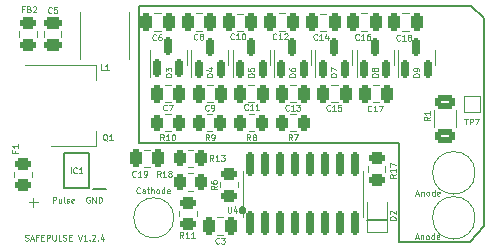
<source format=gbr>
%TF.GenerationSoftware,KiCad,Pcbnew,8.99.0-unknown-2123e2ca9c~177~ubuntu22.04.1*%
%TF.CreationDate,2024-04-04T17:44:23+09:00*%
%TF.ProjectId,SafePulse,53616665-5075-46c7-9365-2e6b69636164,V1.2.4*%
%TF.SameCoordinates,PX78d49e0PY49c7f08*%
%TF.FileFunction,Legend,Top*%
%TF.FilePolarity,Positive*%
%FSLAX46Y46*%
G04 Gerber Fmt 4.6, Leading zero omitted, Abs format (unit mm)*
G04 Created by KiCad (PCBNEW 8.99.0-unknown-2123e2ca9c~177~ubuntu22.04.1) date 2024-04-04 17:44:23*
%MOMM*%
%LPD*%
G01*
G04 APERTURE LIST*
G04 Aperture macros list*
%AMRoundRect*
0 Rectangle with rounded corners*
0 $1 Rounding radius*
0 $2 $3 $4 $5 $6 $7 $8 $9 X,Y pos of 4 corners*
0 Add a 4 corners polygon primitive as box body*
4,1,4,$2,$3,$4,$5,$6,$7,$8,$9,$2,$3,0*
0 Add four circle primitives for the rounded corners*
1,1,$1+$1,$2,$3*
1,1,$1+$1,$4,$5*
1,1,$1+$1,$6,$7*
1,1,$1+$1,$8,$9*
0 Add four rect primitives between the rounded corners*
20,1,$1+$1,$2,$3,$4,$5,0*
20,1,$1+$1,$4,$5,$6,$7,0*
20,1,$1+$1,$6,$7,$8,$9,0*
20,1,$1+$1,$8,$9,$2,$3,0*%
G04 Aperture macros list end*
%ADD10C,0.150000*%
%ADD11C,0.075000*%
%ADD12C,0.100000*%
%ADD13C,0.125000*%
%ADD14C,0.120000*%
%ADD15C,0.360000*%
%ADD16C,0.200000*%
%ADD17RoundRect,0.250000X-0.250000X-0.475000X0.250000X-0.475000X0.250000X0.475000X-0.250000X0.475000X0*%
%ADD18RoundRect,0.250000X0.450000X-0.262500X0.450000X0.262500X-0.450000X0.262500X-0.450000X-0.262500X0*%
%ADD19C,1.700000*%
%ADD20O,1.700000X1.700000*%
%ADD21C,2.500000*%
%ADD22C,2.800000*%
%ADD23RoundRect,0.150000X0.150000X-0.587500X0.150000X0.587500X-0.150000X0.587500X-0.150000X-0.587500X0*%
%ADD24RoundRect,0.250000X-0.450000X0.262500X-0.450000X-0.262500X0.450000X-0.262500X0.450000X0.262500X0*%
%ADD25RoundRect,0.250000X0.262500X0.450000X-0.262500X0.450000X-0.262500X-0.450000X0.262500X-0.450000X0*%
%ADD26RoundRect,0.250000X-0.475000X0.250000X-0.475000X-0.250000X0.475000X-0.250000X0.475000X0.250000X0*%
%ADD27R,1.700000X1.700000*%
%ADD28RoundRect,0.250000X-0.625000X0.312500X-0.625000X-0.312500X0.625000X-0.312500X0.625000X0.312500X0*%
%ADD29R,3.700000X1.200000*%
%ADD30RoundRect,0.250000X-0.262500X-0.450000X0.262500X-0.450000X0.262500X0.450000X-0.262500X0.450000X0*%
%ADD31RoundRect,0.150000X0.150000X-0.825000X0.150000X0.825000X-0.150000X0.825000X-0.150000X-0.825000X0*%
%ADD32R,2.000000X1.500000*%
%ADD33R,2.000000X3.800000*%
%ADD34R,0.450000X0.600000*%
%ADD35R,1.000000X1.000000*%
%ADD36RoundRect,0.250000X0.250000X0.475000X-0.250000X0.475000X-0.250000X-0.475000X0.250000X-0.475000X0*%
%ADD37R,1.075000X0.450000*%
G04 APERTURE END LIST*
D10*
X10714000Y8095000D02*
X32700000Y8095000D01*
X31670000Y1595000D02*
X29970000Y1595000D01*
X32700000Y8095000D02*
X32700000Y-205000D01*
X32700000Y-220000D02*
X38771000Y-215787D01*
X10714000Y8095000D02*
X10714000Y19707000D01*
X39897000Y1065000D02*
X38771000Y-215787D01*
X39904000Y18707000D02*
X39897000Y1065000D01*
X38820000Y19707000D02*
X10714000Y19707000D01*
X38820000Y19707000D02*
X39904000Y18707000D01*
D11*
X1066669Y-103600D02*
X1138097Y-127409D01*
X1138097Y-127409D02*
X1257145Y-127409D01*
X1257145Y-127409D02*
X1304764Y-103600D01*
X1304764Y-103600D02*
X1328573Y-79790D01*
X1328573Y-79790D02*
X1352383Y-32171D01*
X1352383Y-32171D02*
X1352383Y15448D01*
X1352383Y15448D02*
X1328573Y63067D01*
X1328573Y63067D02*
X1304764Y86877D01*
X1304764Y86877D02*
X1257145Y110686D01*
X1257145Y110686D02*
X1161907Y134496D01*
X1161907Y134496D02*
X1114288Y158305D01*
X1114288Y158305D02*
X1090478Y182115D01*
X1090478Y182115D02*
X1066669Y229734D01*
X1066669Y229734D02*
X1066669Y277353D01*
X1066669Y277353D02*
X1090478Y324972D01*
X1090478Y324972D02*
X1114288Y348781D01*
X1114288Y348781D02*
X1161907Y372591D01*
X1161907Y372591D02*
X1280954Y372591D01*
X1280954Y372591D02*
X1352383Y348781D01*
X1542859Y15448D02*
X1780954Y15448D01*
X1495240Y-127409D02*
X1661906Y372591D01*
X1661906Y372591D02*
X1828573Y-127409D01*
X2161906Y134496D02*
X1995239Y134496D01*
X1995239Y-127409D02*
X1995239Y372591D01*
X1995239Y372591D02*
X2233334Y372591D01*
X2423810Y134496D02*
X2590477Y134496D01*
X2661905Y-127409D02*
X2423810Y-127409D01*
X2423810Y-127409D02*
X2423810Y372591D01*
X2423810Y372591D02*
X2661905Y372591D01*
X2876191Y-127409D02*
X2876191Y372591D01*
X2876191Y372591D02*
X3066667Y372591D01*
X3066667Y372591D02*
X3114286Y348781D01*
X3114286Y348781D02*
X3138096Y324972D01*
X3138096Y324972D02*
X3161905Y277353D01*
X3161905Y277353D02*
X3161905Y205924D01*
X3161905Y205924D02*
X3138096Y158305D01*
X3138096Y158305D02*
X3114286Y134496D01*
X3114286Y134496D02*
X3066667Y110686D01*
X3066667Y110686D02*
X2876191Y110686D01*
X3376191Y372591D02*
X3376191Y-32171D01*
X3376191Y-32171D02*
X3400001Y-79790D01*
X3400001Y-79790D02*
X3423810Y-103600D01*
X3423810Y-103600D02*
X3471429Y-127409D01*
X3471429Y-127409D02*
X3566667Y-127409D01*
X3566667Y-127409D02*
X3614286Y-103600D01*
X3614286Y-103600D02*
X3638096Y-79790D01*
X3638096Y-79790D02*
X3661905Y-32171D01*
X3661905Y-32171D02*
X3661905Y372591D01*
X4138096Y-127409D02*
X3900001Y-127409D01*
X3900001Y-127409D02*
X3900001Y372591D01*
X4280954Y-103600D02*
X4352382Y-127409D01*
X4352382Y-127409D02*
X4471430Y-127409D01*
X4471430Y-127409D02*
X4519049Y-103600D01*
X4519049Y-103600D02*
X4542858Y-79790D01*
X4542858Y-79790D02*
X4566668Y-32171D01*
X4566668Y-32171D02*
X4566668Y15448D01*
X4566668Y15448D02*
X4542858Y63067D01*
X4542858Y63067D02*
X4519049Y86877D01*
X4519049Y86877D02*
X4471430Y110686D01*
X4471430Y110686D02*
X4376192Y134496D01*
X4376192Y134496D02*
X4328573Y158305D01*
X4328573Y158305D02*
X4304763Y182115D01*
X4304763Y182115D02*
X4280954Y229734D01*
X4280954Y229734D02*
X4280954Y277353D01*
X4280954Y277353D02*
X4304763Y324972D01*
X4304763Y324972D02*
X4328573Y348781D01*
X4328573Y348781D02*
X4376192Y372591D01*
X4376192Y372591D02*
X4495239Y372591D01*
X4495239Y372591D02*
X4566668Y348781D01*
X4780953Y134496D02*
X4947620Y134496D01*
X5019048Y-127409D02*
X4780953Y-127409D01*
X4780953Y-127409D02*
X4780953Y372591D01*
X4780953Y372591D02*
X5019048Y372591D01*
X5542858Y372591D02*
X5709524Y-127409D01*
X5709524Y-127409D02*
X5876191Y372591D01*
X6304762Y-127409D02*
X6019048Y-127409D01*
X6161905Y-127409D02*
X6161905Y372591D01*
X6161905Y372591D02*
X6114286Y301162D01*
X6114286Y301162D02*
X6066667Y253543D01*
X6066667Y253543D02*
X6019048Y229734D01*
X6519047Y-79790D02*
X6542857Y-103600D01*
X6542857Y-103600D02*
X6519047Y-127409D01*
X6519047Y-127409D02*
X6495238Y-103600D01*
X6495238Y-103600D02*
X6519047Y-79790D01*
X6519047Y-79790D02*
X6519047Y-127409D01*
X6733333Y324972D02*
X6757142Y348781D01*
X6757142Y348781D02*
X6804761Y372591D01*
X6804761Y372591D02*
X6923809Y372591D01*
X6923809Y372591D02*
X6971428Y348781D01*
X6971428Y348781D02*
X6995237Y324972D01*
X6995237Y324972D02*
X7019047Y277353D01*
X7019047Y277353D02*
X7019047Y229734D01*
X7019047Y229734D02*
X6995237Y158305D01*
X6995237Y158305D02*
X6709523Y-127409D01*
X6709523Y-127409D02*
X7019047Y-127409D01*
X7233332Y-79790D02*
X7257142Y-103600D01*
X7257142Y-103600D02*
X7233332Y-127409D01*
X7233332Y-127409D02*
X7209523Y-103600D01*
X7209523Y-103600D02*
X7233332Y-79790D01*
X7233332Y-79790D02*
X7233332Y-127409D01*
X7685713Y205924D02*
X7685713Y-127409D01*
X7566665Y396400D02*
X7447618Y39258D01*
X7447618Y39258D02*
X7757141Y39258D01*
D12*
X1379048Y3123534D02*
X2140953Y3123534D01*
X1760000Y2742581D02*
X1760000Y3504486D01*
X3395238Y3073891D02*
X3395238Y3573891D01*
X3395238Y3573891D02*
X3585714Y3573891D01*
X3585714Y3573891D02*
X3633333Y3550081D01*
X3633333Y3550081D02*
X3657143Y3526272D01*
X3657143Y3526272D02*
X3680952Y3478653D01*
X3680952Y3478653D02*
X3680952Y3407224D01*
X3680952Y3407224D02*
X3657143Y3359605D01*
X3657143Y3359605D02*
X3633333Y3335796D01*
X3633333Y3335796D02*
X3585714Y3311986D01*
X3585714Y3311986D02*
X3395238Y3311986D01*
X4109524Y3407224D02*
X4109524Y3073891D01*
X3895238Y3407224D02*
X3895238Y3145320D01*
X3895238Y3145320D02*
X3919048Y3097700D01*
X3919048Y3097700D02*
X3966667Y3073891D01*
X3966667Y3073891D02*
X4038095Y3073891D01*
X4038095Y3073891D02*
X4085714Y3097700D01*
X4085714Y3097700D02*
X4109524Y3121510D01*
X4419048Y3073891D02*
X4371429Y3097700D01*
X4371429Y3097700D02*
X4347619Y3145320D01*
X4347619Y3145320D02*
X4347619Y3573891D01*
X4585715Y3097700D02*
X4633334Y3073891D01*
X4633334Y3073891D02*
X4728572Y3073891D01*
X4728572Y3073891D02*
X4776191Y3097700D01*
X4776191Y3097700D02*
X4800000Y3145320D01*
X4800000Y3145320D02*
X4800000Y3169129D01*
X4800000Y3169129D02*
X4776191Y3216748D01*
X4776191Y3216748D02*
X4728572Y3240558D01*
X4728572Y3240558D02*
X4657143Y3240558D01*
X4657143Y3240558D02*
X4609524Y3264367D01*
X4609524Y3264367D02*
X4585715Y3311986D01*
X4585715Y3311986D02*
X4585715Y3335796D01*
X4585715Y3335796D02*
X4609524Y3383415D01*
X4609524Y3383415D02*
X4657143Y3407224D01*
X4657143Y3407224D02*
X4728572Y3407224D01*
X4728572Y3407224D02*
X4776191Y3383415D01*
X5204762Y3097700D02*
X5157143Y3073891D01*
X5157143Y3073891D02*
X5061905Y3073891D01*
X5061905Y3073891D02*
X5014286Y3097700D01*
X5014286Y3097700D02*
X4990477Y3145320D01*
X4990477Y3145320D02*
X4990477Y3335796D01*
X4990477Y3335796D02*
X5014286Y3383415D01*
X5014286Y3383415D02*
X5061905Y3407224D01*
X5061905Y3407224D02*
X5157143Y3407224D01*
X5157143Y3407224D02*
X5204762Y3383415D01*
X5204762Y3383415D02*
X5228572Y3335796D01*
X5228572Y3335796D02*
X5228572Y3288177D01*
X5228572Y3288177D02*
X4990477Y3240558D01*
X6519047Y3550081D02*
X6471428Y3573891D01*
X6471428Y3573891D02*
X6399999Y3573891D01*
X6399999Y3573891D02*
X6328571Y3550081D01*
X6328571Y3550081D02*
X6280952Y3502462D01*
X6280952Y3502462D02*
X6257142Y3454843D01*
X6257142Y3454843D02*
X6233333Y3359605D01*
X6233333Y3359605D02*
X6233333Y3288177D01*
X6233333Y3288177D02*
X6257142Y3192939D01*
X6257142Y3192939D02*
X6280952Y3145320D01*
X6280952Y3145320D02*
X6328571Y3097700D01*
X6328571Y3097700D02*
X6399999Y3073891D01*
X6399999Y3073891D02*
X6447618Y3073891D01*
X6447618Y3073891D02*
X6519047Y3097700D01*
X6519047Y3097700D02*
X6542856Y3121510D01*
X6542856Y3121510D02*
X6542856Y3288177D01*
X6542856Y3288177D02*
X6447618Y3288177D01*
X6757142Y3073891D02*
X6757142Y3573891D01*
X6757142Y3573891D02*
X7042856Y3073891D01*
X7042856Y3073891D02*
X7042856Y3573891D01*
X7280952Y3073891D02*
X7280952Y3573891D01*
X7280952Y3573891D02*
X7400000Y3573891D01*
X7400000Y3573891D02*
X7471428Y3550081D01*
X7471428Y3550081D02*
X7519047Y3502462D01*
X7519047Y3502462D02*
X7542857Y3454843D01*
X7542857Y3454843D02*
X7566666Y3359605D01*
X7566666Y3359605D02*
X7566666Y3288177D01*
X7566666Y3288177D02*
X7542857Y3192939D01*
X7542857Y3192939D02*
X7519047Y3145320D01*
X7519047Y3145320D02*
X7471428Y3097700D01*
X7471428Y3097700D02*
X7400000Y3073891D01*
X7400000Y3073891D02*
X7280952Y3073891D01*
D11*
X19917237Y10985210D02*
X19893428Y10961400D01*
X19893428Y10961400D02*
X19821999Y10937591D01*
X19821999Y10937591D02*
X19774380Y10937591D01*
X19774380Y10937591D02*
X19702952Y10961400D01*
X19702952Y10961400D02*
X19655333Y11009020D01*
X19655333Y11009020D02*
X19631523Y11056639D01*
X19631523Y11056639D02*
X19607714Y11151877D01*
X19607714Y11151877D02*
X19607714Y11223305D01*
X19607714Y11223305D02*
X19631523Y11318543D01*
X19631523Y11318543D02*
X19655333Y11366162D01*
X19655333Y11366162D02*
X19702952Y11413781D01*
X19702952Y11413781D02*
X19774380Y11437591D01*
X19774380Y11437591D02*
X19821999Y11437591D01*
X19821999Y11437591D02*
X19893428Y11413781D01*
X19893428Y11413781D02*
X19917237Y11389972D01*
X20393428Y10937591D02*
X20107714Y10937591D01*
X20250571Y10937591D02*
X20250571Y11437591D01*
X20250571Y11437591D02*
X20202952Y11366162D01*
X20202952Y11366162D02*
X20155333Y11318543D01*
X20155333Y11318543D02*
X20107714Y11294734D01*
X20869618Y10937591D02*
X20583904Y10937591D01*
X20726761Y10937591D02*
X20726761Y11437591D01*
X20726761Y11437591D02*
X20679142Y11366162D01*
X20679142Y11366162D02*
X20631523Y11318543D01*
X20631523Y11318543D02*
X20583904Y11294734D01*
X215504Y7483335D02*
X215504Y7316668D01*
X477409Y7316668D02*
X-22591Y7316668D01*
X-22591Y7316668D02*
X-22591Y7554763D01*
X477409Y8007144D02*
X477409Y7721430D01*
X477409Y7864287D02*
X-22591Y7864287D01*
X-22591Y7864287D02*
X48838Y7816668D01*
X48838Y7816668D02*
X96457Y7769049D01*
X96457Y7769049D02*
X120266Y7721430D01*
X16614999Y10925210D02*
X16591190Y10901400D01*
X16591190Y10901400D02*
X16519761Y10877591D01*
X16519761Y10877591D02*
X16472142Y10877591D01*
X16472142Y10877591D02*
X16400714Y10901400D01*
X16400714Y10901400D02*
X16353095Y10949020D01*
X16353095Y10949020D02*
X16329285Y10996639D01*
X16329285Y10996639D02*
X16305476Y11091877D01*
X16305476Y11091877D02*
X16305476Y11163305D01*
X16305476Y11163305D02*
X16329285Y11258543D01*
X16329285Y11258543D02*
X16353095Y11306162D01*
X16353095Y11306162D02*
X16400714Y11353781D01*
X16400714Y11353781D02*
X16472142Y11377591D01*
X16472142Y11377591D02*
X16519761Y11377591D01*
X16519761Y11377591D02*
X16591190Y11353781D01*
X16591190Y11353781D02*
X16614999Y11329972D01*
X16853095Y10877591D02*
X16948333Y10877591D01*
X16948333Y10877591D02*
X16995952Y10901400D01*
X16995952Y10901400D02*
X17019761Y10925210D01*
X17019761Y10925210D02*
X17067380Y10996639D01*
X17067380Y10996639D02*
X17091190Y11091877D01*
X17091190Y11091877D02*
X17091190Y11282353D01*
X17091190Y11282353D02*
X17067380Y11329972D01*
X17067380Y11329972D02*
X17043571Y11353781D01*
X17043571Y11353781D02*
X16995952Y11377591D01*
X16995952Y11377591D02*
X16900714Y11377591D01*
X16900714Y11377591D02*
X16853095Y11353781D01*
X16853095Y11353781D02*
X16829285Y11329972D01*
X16829285Y11329972D02*
X16805476Y11282353D01*
X16805476Y11282353D02*
X16805476Y11163305D01*
X16805476Y11163305D02*
X16829285Y11115686D01*
X16829285Y11115686D02*
X16853095Y11091877D01*
X16853095Y11091877D02*
X16900714Y11068067D01*
X16900714Y11068067D02*
X16995952Y11068067D01*
X16995952Y11068067D02*
X17043571Y11091877D01*
X17043571Y11091877D02*
X17067380Y11115686D01*
X17067380Y11115686D02*
X17091190Y11163305D01*
X34158096Y3825448D02*
X34396191Y3825448D01*
X34110477Y3682591D02*
X34277143Y4182591D01*
X34277143Y4182591D02*
X34443810Y3682591D01*
X34610476Y4015924D02*
X34610476Y3682591D01*
X34610476Y3968305D02*
X34634286Y3992115D01*
X34634286Y3992115D02*
X34681905Y4015924D01*
X34681905Y4015924D02*
X34753333Y4015924D01*
X34753333Y4015924D02*
X34800952Y3992115D01*
X34800952Y3992115D02*
X34824762Y3944496D01*
X34824762Y3944496D02*
X34824762Y3682591D01*
X35134286Y3682591D02*
X35086667Y3706400D01*
X35086667Y3706400D02*
X35062857Y3730210D01*
X35062857Y3730210D02*
X35039048Y3777829D01*
X35039048Y3777829D02*
X35039048Y3920686D01*
X35039048Y3920686D02*
X35062857Y3968305D01*
X35062857Y3968305D02*
X35086667Y3992115D01*
X35086667Y3992115D02*
X35134286Y4015924D01*
X35134286Y4015924D02*
X35205714Y4015924D01*
X35205714Y4015924D02*
X35253333Y3992115D01*
X35253333Y3992115D02*
X35277143Y3968305D01*
X35277143Y3968305D02*
X35300952Y3920686D01*
X35300952Y3920686D02*
X35300952Y3777829D01*
X35300952Y3777829D02*
X35277143Y3730210D01*
X35277143Y3730210D02*
X35253333Y3706400D01*
X35253333Y3706400D02*
X35205714Y3682591D01*
X35205714Y3682591D02*
X35134286Y3682591D01*
X35729524Y3682591D02*
X35729524Y4182591D01*
X35729524Y3706400D02*
X35681905Y3682591D01*
X35681905Y3682591D02*
X35586667Y3682591D01*
X35586667Y3682591D02*
X35539048Y3706400D01*
X35539048Y3706400D02*
X35515238Y3730210D01*
X35515238Y3730210D02*
X35491429Y3777829D01*
X35491429Y3777829D02*
X35491429Y3920686D01*
X35491429Y3920686D02*
X35515238Y3968305D01*
X35515238Y3968305D02*
X35539048Y3992115D01*
X35539048Y3992115D02*
X35586667Y4015924D01*
X35586667Y4015924D02*
X35681905Y4015924D01*
X35681905Y4015924D02*
X35729524Y3992115D01*
X36158095Y3706400D02*
X36110476Y3682591D01*
X36110476Y3682591D02*
X36015238Y3682591D01*
X36015238Y3682591D02*
X35967619Y3706400D01*
X35967619Y3706400D02*
X35943810Y3754020D01*
X35943810Y3754020D02*
X35943810Y3944496D01*
X35943810Y3944496D02*
X35967619Y3992115D01*
X35967619Y3992115D02*
X36015238Y4015924D01*
X36015238Y4015924D02*
X36110476Y4015924D01*
X36110476Y4015924D02*
X36158095Y3992115D01*
X36158095Y3992115D02*
X36181905Y3944496D01*
X36181905Y3944496D02*
X36181905Y3896877D01*
X36181905Y3896877D02*
X35943810Y3849258D01*
X34118096Y115448D02*
X34356191Y115448D01*
X34070477Y-27409D02*
X34237143Y472591D01*
X34237143Y472591D02*
X34403810Y-27409D01*
X34570476Y305924D02*
X34570476Y-27409D01*
X34570476Y258305D02*
X34594286Y282115D01*
X34594286Y282115D02*
X34641905Y305924D01*
X34641905Y305924D02*
X34713333Y305924D01*
X34713333Y305924D02*
X34760952Y282115D01*
X34760952Y282115D02*
X34784762Y234496D01*
X34784762Y234496D02*
X34784762Y-27409D01*
X35094286Y-27409D02*
X35046667Y-3600D01*
X35046667Y-3600D02*
X35022857Y20210D01*
X35022857Y20210D02*
X34999048Y67829D01*
X34999048Y67829D02*
X34999048Y210686D01*
X34999048Y210686D02*
X35022857Y258305D01*
X35022857Y258305D02*
X35046667Y282115D01*
X35046667Y282115D02*
X35094286Y305924D01*
X35094286Y305924D02*
X35165714Y305924D01*
X35165714Y305924D02*
X35213333Y282115D01*
X35213333Y282115D02*
X35237143Y258305D01*
X35237143Y258305D02*
X35260952Y210686D01*
X35260952Y210686D02*
X35260952Y67829D01*
X35260952Y67829D02*
X35237143Y20210D01*
X35237143Y20210D02*
X35213333Y-3600D01*
X35213333Y-3600D02*
X35165714Y-27409D01*
X35165714Y-27409D02*
X35094286Y-27409D01*
X35689524Y-27409D02*
X35689524Y472591D01*
X35689524Y-3600D02*
X35641905Y-27409D01*
X35641905Y-27409D02*
X35546667Y-27409D01*
X35546667Y-27409D02*
X35499048Y-3600D01*
X35499048Y-3600D02*
X35475238Y20210D01*
X35475238Y20210D02*
X35451429Y67829D01*
X35451429Y67829D02*
X35451429Y210686D01*
X35451429Y210686D02*
X35475238Y258305D01*
X35475238Y258305D02*
X35499048Y282115D01*
X35499048Y282115D02*
X35546667Y305924D01*
X35546667Y305924D02*
X35641905Y305924D01*
X35641905Y305924D02*
X35689524Y282115D01*
X36118095Y-3600D02*
X36070476Y-27409D01*
X36070476Y-27409D02*
X35975238Y-27409D01*
X35975238Y-27409D02*
X35927619Y-3600D01*
X35927619Y-3600D02*
X35903810Y44020D01*
X35903810Y44020D02*
X35903810Y234496D01*
X35903810Y234496D02*
X35927619Y282115D01*
X35927619Y282115D02*
X35975238Y305924D01*
X35975238Y305924D02*
X36070476Y305924D01*
X36070476Y305924D02*
X36118095Y282115D01*
X36118095Y282115D02*
X36141905Y234496D01*
X36141905Y234496D02*
X36141905Y186877D01*
X36141905Y186877D02*
X35903810Y139258D01*
X30927409Y13745953D02*
X30427409Y13745953D01*
X30427409Y13745953D02*
X30427409Y13865001D01*
X30427409Y13865001D02*
X30451219Y13936429D01*
X30451219Y13936429D02*
X30498838Y13984048D01*
X30498838Y13984048D02*
X30546457Y14007858D01*
X30546457Y14007858D02*
X30641695Y14031667D01*
X30641695Y14031667D02*
X30713123Y14031667D01*
X30713123Y14031667D02*
X30808361Y14007858D01*
X30808361Y14007858D02*
X30855980Y13984048D01*
X30855980Y13984048D02*
X30903600Y13936429D01*
X30903600Y13936429D02*
X30927409Y13865001D01*
X30927409Y13865001D02*
X30927409Y13745953D01*
X30641695Y14317382D02*
X30617885Y14269763D01*
X30617885Y14269763D02*
X30594076Y14245953D01*
X30594076Y14245953D02*
X30546457Y14222144D01*
X30546457Y14222144D02*
X30522647Y14222144D01*
X30522647Y14222144D02*
X30475028Y14245953D01*
X30475028Y14245953D02*
X30451219Y14269763D01*
X30451219Y14269763D02*
X30427409Y14317382D01*
X30427409Y14317382D02*
X30427409Y14412620D01*
X30427409Y14412620D02*
X30451219Y14460239D01*
X30451219Y14460239D02*
X30475028Y14484048D01*
X30475028Y14484048D02*
X30522647Y14507858D01*
X30522647Y14507858D02*
X30546457Y14507858D01*
X30546457Y14507858D02*
X30594076Y14484048D01*
X30594076Y14484048D02*
X30617885Y14460239D01*
X30617885Y14460239D02*
X30641695Y14412620D01*
X30641695Y14412620D02*
X30641695Y14317382D01*
X30641695Y14317382D02*
X30665504Y14269763D01*
X30665504Y14269763D02*
X30689314Y14245953D01*
X30689314Y14245953D02*
X30736933Y14222144D01*
X30736933Y14222144D02*
X30832171Y14222144D01*
X30832171Y14222144D02*
X30879790Y14245953D01*
X30879790Y14245953D02*
X30903600Y14269763D01*
X30903600Y14269763D02*
X30927409Y14317382D01*
X30927409Y14317382D02*
X30927409Y14412620D01*
X30927409Y14412620D02*
X30903600Y14460239D01*
X30903600Y14460239D02*
X30879790Y14484048D01*
X30879790Y14484048D02*
X30832171Y14507858D01*
X30832171Y14507858D02*
X30736933Y14507858D01*
X30736933Y14507858D02*
X30689314Y14484048D01*
X30689314Y14484048D02*
X30665504Y14460239D01*
X30665504Y14460239D02*
X30641695Y14412620D01*
X16927409Y13745953D02*
X16427409Y13745953D01*
X16427409Y13745953D02*
X16427409Y13865001D01*
X16427409Y13865001D02*
X16451219Y13936429D01*
X16451219Y13936429D02*
X16498838Y13984048D01*
X16498838Y13984048D02*
X16546457Y14007858D01*
X16546457Y14007858D02*
X16641695Y14031667D01*
X16641695Y14031667D02*
X16713123Y14031667D01*
X16713123Y14031667D02*
X16808361Y14007858D01*
X16808361Y14007858D02*
X16855980Y13984048D01*
X16855980Y13984048D02*
X16903600Y13936429D01*
X16903600Y13936429D02*
X16927409Y13865001D01*
X16927409Y13865001D02*
X16927409Y13745953D01*
X16594076Y14460239D02*
X16927409Y14460239D01*
X16403600Y14341191D02*
X16760742Y14222144D01*
X16760742Y14222144D02*
X16760742Y14531667D01*
X22348571Y16955210D02*
X22324762Y16931400D01*
X22324762Y16931400D02*
X22253333Y16907591D01*
X22253333Y16907591D02*
X22205714Y16907591D01*
X22205714Y16907591D02*
X22134286Y16931400D01*
X22134286Y16931400D02*
X22086667Y16979020D01*
X22086667Y16979020D02*
X22062857Y17026639D01*
X22062857Y17026639D02*
X22039048Y17121877D01*
X22039048Y17121877D02*
X22039048Y17193305D01*
X22039048Y17193305D02*
X22062857Y17288543D01*
X22062857Y17288543D02*
X22086667Y17336162D01*
X22086667Y17336162D02*
X22134286Y17383781D01*
X22134286Y17383781D02*
X22205714Y17407591D01*
X22205714Y17407591D02*
X22253333Y17407591D01*
X22253333Y17407591D02*
X22324762Y17383781D01*
X22324762Y17383781D02*
X22348571Y17359972D01*
X22824762Y16907591D02*
X22539048Y16907591D01*
X22681905Y16907591D02*
X22681905Y17407591D01*
X22681905Y17407591D02*
X22634286Y17336162D01*
X22634286Y17336162D02*
X22586667Y17288543D01*
X22586667Y17288543D02*
X22539048Y17264734D01*
X23015238Y17359972D02*
X23039047Y17383781D01*
X23039047Y17383781D02*
X23086666Y17407591D01*
X23086666Y17407591D02*
X23205714Y17407591D01*
X23205714Y17407591D02*
X23253333Y17383781D01*
X23253333Y17383781D02*
X23277142Y17359972D01*
X23277142Y17359972D02*
X23300952Y17312353D01*
X23300952Y17312353D02*
X23300952Y17264734D01*
X23300952Y17264734D02*
X23277142Y17193305D01*
X23277142Y17193305D02*
X22991428Y16907591D01*
X22991428Y16907591D02*
X23300952Y16907591D01*
X23397570Y10925210D02*
X23373761Y10901400D01*
X23373761Y10901400D02*
X23302332Y10877591D01*
X23302332Y10877591D02*
X23254713Y10877591D01*
X23254713Y10877591D02*
X23183285Y10901400D01*
X23183285Y10901400D02*
X23135666Y10949020D01*
X23135666Y10949020D02*
X23111856Y10996639D01*
X23111856Y10996639D02*
X23088047Y11091877D01*
X23088047Y11091877D02*
X23088047Y11163305D01*
X23088047Y11163305D02*
X23111856Y11258543D01*
X23111856Y11258543D02*
X23135666Y11306162D01*
X23135666Y11306162D02*
X23183285Y11353781D01*
X23183285Y11353781D02*
X23254713Y11377591D01*
X23254713Y11377591D02*
X23302332Y11377591D01*
X23302332Y11377591D02*
X23373761Y11353781D01*
X23373761Y11353781D02*
X23397570Y11329972D01*
X23873761Y10877591D02*
X23588047Y10877591D01*
X23730904Y10877591D02*
X23730904Y11377591D01*
X23730904Y11377591D02*
X23683285Y11306162D01*
X23683285Y11306162D02*
X23635666Y11258543D01*
X23635666Y11258543D02*
X23588047Y11234734D01*
X24040427Y11377591D02*
X24349951Y11377591D01*
X24349951Y11377591D02*
X24183284Y11187115D01*
X24183284Y11187115D02*
X24254713Y11187115D01*
X24254713Y11187115D02*
X24302332Y11163305D01*
X24302332Y11163305D02*
X24326141Y11139496D01*
X24326141Y11139496D02*
X24349951Y11091877D01*
X24349951Y11091877D02*
X24349951Y10972829D01*
X24349951Y10972829D02*
X24326141Y10925210D01*
X24326141Y10925210D02*
X24302332Y10901400D01*
X24302332Y10901400D02*
X24254713Y10877591D01*
X24254713Y10877591D02*
X24111856Y10877591D01*
X24111856Y10877591D02*
X24064237Y10901400D01*
X24064237Y10901400D02*
X24040427Y10925210D01*
X32427409Y5478572D02*
X32189314Y5311906D01*
X32427409Y5192858D02*
X31927409Y5192858D01*
X31927409Y5192858D02*
X31927409Y5383334D01*
X31927409Y5383334D02*
X31951219Y5430953D01*
X31951219Y5430953D02*
X31975028Y5454763D01*
X31975028Y5454763D02*
X32022647Y5478572D01*
X32022647Y5478572D02*
X32094076Y5478572D01*
X32094076Y5478572D02*
X32141695Y5454763D01*
X32141695Y5454763D02*
X32165504Y5430953D01*
X32165504Y5430953D02*
X32189314Y5383334D01*
X32189314Y5383334D02*
X32189314Y5192858D01*
X32427409Y5954763D02*
X32427409Y5669049D01*
X32427409Y5811906D02*
X31927409Y5811906D01*
X31927409Y5811906D02*
X31998838Y5764287D01*
X31998838Y5764287D02*
X32046457Y5716668D01*
X32046457Y5716668D02*
X32070266Y5669049D01*
X31927409Y6121429D02*
X31927409Y6454762D01*
X31927409Y6454762D02*
X32427409Y6240477D01*
X18748571Y16955210D02*
X18724762Y16931400D01*
X18724762Y16931400D02*
X18653333Y16907591D01*
X18653333Y16907591D02*
X18605714Y16907591D01*
X18605714Y16907591D02*
X18534286Y16931400D01*
X18534286Y16931400D02*
X18486667Y16979020D01*
X18486667Y16979020D02*
X18462857Y17026639D01*
X18462857Y17026639D02*
X18439048Y17121877D01*
X18439048Y17121877D02*
X18439048Y17193305D01*
X18439048Y17193305D02*
X18462857Y17288543D01*
X18462857Y17288543D02*
X18486667Y17336162D01*
X18486667Y17336162D02*
X18534286Y17383781D01*
X18534286Y17383781D02*
X18605714Y17407591D01*
X18605714Y17407591D02*
X18653333Y17407591D01*
X18653333Y17407591D02*
X18724762Y17383781D01*
X18724762Y17383781D02*
X18748571Y17359972D01*
X19224762Y16907591D02*
X18939048Y16907591D01*
X19081905Y16907591D02*
X19081905Y17407591D01*
X19081905Y17407591D02*
X19034286Y17336162D01*
X19034286Y17336162D02*
X18986667Y17288543D01*
X18986667Y17288543D02*
X18939048Y17264734D01*
X19534285Y17407591D02*
X19581904Y17407591D01*
X19581904Y17407591D02*
X19629523Y17383781D01*
X19629523Y17383781D02*
X19653333Y17359972D01*
X19653333Y17359972D02*
X19677142Y17312353D01*
X19677142Y17312353D02*
X19700952Y17217115D01*
X19700952Y17217115D02*
X19700952Y17098067D01*
X19700952Y17098067D02*
X19677142Y17002829D01*
X19677142Y17002829D02*
X19653333Y16955210D01*
X19653333Y16955210D02*
X19629523Y16931400D01*
X19629523Y16931400D02*
X19581904Y16907591D01*
X19581904Y16907591D02*
X19534285Y16907591D01*
X19534285Y16907591D02*
X19486666Y16931400D01*
X19486666Y16931400D02*
X19462857Y16955210D01*
X19462857Y16955210D02*
X19439047Y17002829D01*
X19439047Y17002829D02*
X19415238Y17098067D01*
X19415238Y17098067D02*
X19415238Y17217115D01*
X19415238Y17217115D02*
X19439047Y17312353D01*
X19439047Y17312353D02*
X19462857Y17359972D01*
X19462857Y17359972D02*
X19486666Y17383781D01*
X19486666Y17383781D02*
X19534285Y17407591D01*
X13451409Y13745953D02*
X12951409Y13745953D01*
X12951409Y13745953D02*
X12951409Y13865001D01*
X12951409Y13865001D02*
X12975219Y13936429D01*
X12975219Y13936429D02*
X13022838Y13984048D01*
X13022838Y13984048D02*
X13070457Y14007858D01*
X13070457Y14007858D02*
X13165695Y14031667D01*
X13165695Y14031667D02*
X13237123Y14031667D01*
X13237123Y14031667D02*
X13332361Y14007858D01*
X13332361Y14007858D02*
X13379980Y13984048D01*
X13379980Y13984048D02*
X13427600Y13936429D01*
X13427600Y13936429D02*
X13451409Y13865001D01*
X13451409Y13865001D02*
X13451409Y13745953D01*
X12951409Y14198334D02*
X12951409Y14507858D01*
X12951409Y14507858D02*
X13141885Y14341191D01*
X13141885Y14341191D02*
X13141885Y14412620D01*
X13141885Y14412620D02*
X13165695Y14460239D01*
X13165695Y14460239D02*
X13189504Y14484048D01*
X13189504Y14484048D02*
X13237123Y14507858D01*
X13237123Y14507858D02*
X13356171Y14507858D01*
X13356171Y14507858D02*
X13403790Y14484048D01*
X13403790Y14484048D02*
X13427600Y14460239D01*
X13427600Y14460239D02*
X13451409Y14412620D01*
X13451409Y14412620D02*
X13451409Y14269763D01*
X13451409Y14269763D02*
X13427600Y14222144D01*
X13427600Y14222144D02*
X13403790Y14198334D01*
X20128664Y8367591D02*
X19961998Y8605686D01*
X19842950Y8367591D02*
X19842950Y8867591D01*
X19842950Y8867591D02*
X20033426Y8867591D01*
X20033426Y8867591D02*
X20081045Y8843781D01*
X20081045Y8843781D02*
X20104855Y8819972D01*
X20104855Y8819972D02*
X20128664Y8772353D01*
X20128664Y8772353D02*
X20128664Y8700924D01*
X20128664Y8700924D02*
X20104855Y8653305D01*
X20104855Y8653305D02*
X20081045Y8629496D01*
X20081045Y8629496D02*
X20033426Y8605686D01*
X20033426Y8605686D02*
X19842950Y8605686D01*
X20414379Y8653305D02*
X20366760Y8677115D01*
X20366760Y8677115D02*
X20342950Y8700924D01*
X20342950Y8700924D02*
X20319141Y8748543D01*
X20319141Y8748543D02*
X20319141Y8772353D01*
X20319141Y8772353D02*
X20342950Y8819972D01*
X20342950Y8819972D02*
X20366760Y8843781D01*
X20366760Y8843781D02*
X20414379Y8867591D01*
X20414379Y8867591D02*
X20509617Y8867591D01*
X20509617Y8867591D02*
X20557236Y8843781D01*
X20557236Y8843781D02*
X20581045Y8819972D01*
X20581045Y8819972D02*
X20604855Y8772353D01*
X20604855Y8772353D02*
X20604855Y8748543D01*
X20604855Y8748543D02*
X20581045Y8700924D01*
X20581045Y8700924D02*
X20557236Y8677115D01*
X20557236Y8677115D02*
X20509617Y8653305D01*
X20509617Y8653305D02*
X20414379Y8653305D01*
X20414379Y8653305D02*
X20366760Y8629496D01*
X20366760Y8629496D02*
X20342950Y8605686D01*
X20342950Y8605686D02*
X20319141Y8558067D01*
X20319141Y8558067D02*
X20319141Y8462829D01*
X20319141Y8462829D02*
X20342950Y8415210D01*
X20342950Y8415210D02*
X20366760Y8391400D01*
X20366760Y8391400D02*
X20414379Y8367591D01*
X20414379Y8367591D02*
X20509617Y8367591D01*
X20509617Y8367591D02*
X20557236Y8391400D01*
X20557236Y8391400D02*
X20581045Y8415210D01*
X20581045Y8415210D02*
X20604855Y8462829D01*
X20604855Y8462829D02*
X20604855Y8558067D01*
X20604855Y8558067D02*
X20581045Y8605686D01*
X20581045Y8605686D02*
X20557236Y8629496D01*
X20557236Y8629496D02*
X20509617Y8653305D01*
X993334Y19459496D02*
X826667Y19459496D01*
X826667Y19197591D02*
X826667Y19697591D01*
X826667Y19697591D02*
X1064762Y19697591D01*
X1421905Y19459496D02*
X1493333Y19435686D01*
X1493333Y19435686D02*
X1517143Y19411877D01*
X1517143Y19411877D02*
X1540952Y19364258D01*
X1540952Y19364258D02*
X1540952Y19292829D01*
X1540952Y19292829D02*
X1517143Y19245210D01*
X1517143Y19245210D02*
X1493333Y19221400D01*
X1493333Y19221400D02*
X1445714Y19197591D01*
X1445714Y19197591D02*
X1255238Y19197591D01*
X1255238Y19197591D02*
X1255238Y19697591D01*
X1255238Y19697591D02*
X1421905Y19697591D01*
X1421905Y19697591D02*
X1469524Y19673781D01*
X1469524Y19673781D02*
X1493333Y19649972D01*
X1493333Y19649972D02*
X1517143Y19602353D01*
X1517143Y19602353D02*
X1517143Y19554734D01*
X1517143Y19554734D02*
X1493333Y19507115D01*
X1493333Y19507115D02*
X1469524Y19483305D01*
X1469524Y19483305D02*
X1421905Y19459496D01*
X1421905Y19459496D02*
X1255238Y19459496D01*
X1731429Y19649972D02*
X1755238Y19673781D01*
X1755238Y19673781D02*
X1802857Y19697591D01*
X1802857Y19697591D02*
X1921905Y19697591D01*
X1921905Y19697591D02*
X1969524Y19673781D01*
X1969524Y19673781D02*
X1993333Y19649972D01*
X1993333Y19649972D02*
X2017143Y19602353D01*
X2017143Y19602353D02*
X2017143Y19554734D01*
X2017143Y19554734D02*
X1993333Y19483305D01*
X1993333Y19483305D02*
X1707619Y19197591D01*
X1707619Y19197591D02*
X2017143Y19197591D01*
X23655665Y8367591D02*
X23488999Y8605686D01*
X23369951Y8367591D02*
X23369951Y8867591D01*
X23369951Y8867591D02*
X23560427Y8867591D01*
X23560427Y8867591D02*
X23608046Y8843781D01*
X23608046Y8843781D02*
X23631856Y8819972D01*
X23631856Y8819972D02*
X23655665Y8772353D01*
X23655665Y8772353D02*
X23655665Y8700924D01*
X23655665Y8700924D02*
X23631856Y8653305D01*
X23631856Y8653305D02*
X23608046Y8629496D01*
X23608046Y8629496D02*
X23560427Y8605686D01*
X23560427Y8605686D02*
X23369951Y8605686D01*
X23822332Y8867591D02*
X24155665Y8867591D01*
X24155665Y8867591D02*
X23941380Y8367591D01*
X17297409Y4511667D02*
X17059314Y4345001D01*
X17297409Y4225953D02*
X16797409Y4225953D01*
X16797409Y4225953D02*
X16797409Y4416429D01*
X16797409Y4416429D02*
X16821219Y4464048D01*
X16821219Y4464048D02*
X16845028Y4487858D01*
X16845028Y4487858D02*
X16892647Y4511667D01*
X16892647Y4511667D02*
X16964076Y4511667D01*
X16964076Y4511667D02*
X17011695Y4487858D01*
X17011695Y4487858D02*
X17035504Y4464048D01*
X17035504Y4464048D02*
X17059314Y4416429D01*
X17059314Y4416429D02*
X17059314Y4225953D01*
X16797409Y4940239D02*
X16797409Y4845001D01*
X16797409Y4845001D02*
X16821219Y4797382D01*
X16821219Y4797382D02*
X16845028Y4773572D01*
X16845028Y4773572D02*
X16916457Y4725953D01*
X16916457Y4725953D02*
X17011695Y4702144D01*
X17011695Y4702144D02*
X17202171Y4702144D01*
X17202171Y4702144D02*
X17249790Y4725953D01*
X17249790Y4725953D02*
X17273600Y4749763D01*
X17273600Y4749763D02*
X17297409Y4797382D01*
X17297409Y4797382D02*
X17297409Y4892620D01*
X17297409Y4892620D02*
X17273600Y4940239D01*
X17273600Y4940239D02*
X17249790Y4964048D01*
X17249790Y4964048D02*
X17202171Y4987858D01*
X17202171Y4987858D02*
X17083123Y4987858D01*
X17083123Y4987858D02*
X17035504Y4964048D01*
X17035504Y4964048D02*
X17011695Y4940239D01*
X17011695Y4940239D02*
X16987885Y4892620D01*
X16987885Y4892620D02*
X16987885Y4797382D01*
X16987885Y4797382D02*
X17011695Y4749763D01*
X17011695Y4749763D02*
X17035504Y4725953D01*
X17035504Y4725953D02*
X17083123Y4702144D01*
X26887903Y10905210D02*
X26864094Y10881400D01*
X26864094Y10881400D02*
X26792665Y10857591D01*
X26792665Y10857591D02*
X26745046Y10857591D01*
X26745046Y10857591D02*
X26673618Y10881400D01*
X26673618Y10881400D02*
X26625999Y10929020D01*
X26625999Y10929020D02*
X26602189Y10976639D01*
X26602189Y10976639D02*
X26578380Y11071877D01*
X26578380Y11071877D02*
X26578380Y11143305D01*
X26578380Y11143305D02*
X26602189Y11238543D01*
X26602189Y11238543D02*
X26625999Y11286162D01*
X26625999Y11286162D02*
X26673618Y11333781D01*
X26673618Y11333781D02*
X26745046Y11357591D01*
X26745046Y11357591D02*
X26792665Y11357591D01*
X26792665Y11357591D02*
X26864094Y11333781D01*
X26864094Y11333781D02*
X26887903Y11309972D01*
X27364094Y10857591D02*
X27078380Y10857591D01*
X27221237Y10857591D02*
X27221237Y11357591D01*
X27221237Y11357591D02*
X27173618Y11286162D01*
X27173618Y11286162D02*
X27125999Y11238543D01*
X27125999Y11238543D02*
X27078380Y11214734D01*
X27816474Y11357591D02*
X27578379Y11357591D01*
X27578379Y11357591D02*
X27554570Y11119496D01*
X27554570Y11119496D02*
X27578379Y11143305D01*
X27578379Y11143305D02*
X27625998Y11167115D01*
X27625998Y11167115D02*
X27745046Y11167115D01*
X27745046Y11167115D02*
X27792665Y11143305D01*
X27792665Y11143305D02*
X27816474Y11119496D01*
X27816474Y11119496D02*
X27840284Y11071877D01*
X27840284Y11071877D02*
X27840284Y10952829D01*
X27840284Y10952829D02*
X27816474Y10905210D01*
X27816474Y10905210D02*
X27792665Y10881400D01*
X27792665Y10881400D02*
X27745046Y10857591D01*
X27745046Y10857591D02*
X27625998Y10857591D01*
X27625998Y10857591D02*
X27578379Y10881400D01*
X27578379Y10881400D02*
X27554570Y10905210D01*
X23927409Y13745953D02*
X23427409Y13745953D01*
X23427409Y13745953D02*
X23427409Y13865001D01*
X23427409Y13865001D02*
X23451219Y13936429D01*
X23451219Y13936429D02*
X23498838Y13984048D01*
X23498838Y13984048D02*
X23546457Y14007858D01*
X23546457Y14007858D02*
X23641695Y14031667D01*
X23641695Y14031667D02*
X23713123Y14031667D01*
X23713123Y14031667D02*
X23808361Y14007858D01*
X23808361Y14007858D02*
X23855980Y13984048D01*
X23855980Y13984048D02*
X23903600Y13936429D01*
X23903600Y13936429D02*
X23927409Y13865001D01*
X23927409Y13865001D02*
X23927409Y13745953D01*
X23427409Y14460239D02*
X23427409Y14365001D01*
X23427409Y14365001D02*
X23451219Y14317382D01*
X23451219Y14317382D02*
X23475028Y14293572D01*
X23475028Y14293572D02*
X23546457Y14245953D01*
X23546457Y14245953D02*
X23641695Y14222144D01*
X23641695Y14222144D02*
X23832171Y14222144D01*
X23832171Y14222144D02*
X23879790Y14245953D01*
X23879790Y14245953D02*
X23903600Y14269763D01*
X23903600Y14269763D02*
X23927409Y14317382D01*
X23927409Y14317382D02*
X23927409Y14412620D01*
X23927409Y14412620D02*
X23903600Y14460239D01*
X23903600Y14460239D02*
X23879790Y14484048D01*
X23879790Y14484048D02*
X23832171Y14507858D01*
X23832171Y14507858D02*
X23713123Y14507858D01*
X23713123Y14507858D02*
X23665504Y14484048D01*
X23665504Y14484048D02*
X23641695Y14460239D01*
X23641695Y14460239D02*
X23617885Y14412620D01*
X23617885Y14412620D02*
X23617885Y14317382D01*
X23617885Y14317382D02*
X23641695Y14269763D01*
X23641695Y14269763D02*
X23665504Y14245953D01*
X23665504Y14245953D02*
X23713123Y14222144D01*
X10792857Y3920210D02*
X10769048Y3896400D01*
X10769048Y3896400D02*
X10697619Y3872591D01*
X10697619Y3872591D02*
X10650000Y3872591D01*
X10650000Y3872591D02*
X10578572Y3896400D01*
X10578572Y3896400D02*
X10530953Y3944020D01*
X10530953Y3944020D02*
X10507143Y3991639D01*
X10507143Y3991639D02*
X10483334Y4086877D01*
X10483334Y4086877D02*
X10483334Y4158305D01*
X10483334Y4158305D02*
X10507143Y4253543D01*
X10507143Y4253543D02*
X10530953Y4301162D01*
X10530953Y4301162D02*
X10578572Y4348781D01*
X10578572Y4348781D02*
X10650000Y4372591D01*
X10650000Y4372591D02*
X10697619Y4372591D01*
X10697619Y4372591D02*
X10769048Y4348781D01*
X10769048Y4348781D02*
X10792857Y4324972D01*
X11221429Y3872591D02*
X11221429Y4134496D01*
X11221429Y4134496D02*
X11197619Y4182115D01*
X11197619Y4182115D02*
X11150000Y4205924D01*
X11150000Y4205924D02*
X11054762Y4205924D01*
X11054762Y4205924D02*
X11007143Y4182115D01*
X11221429Y3896400D02*
X11173810Y3872591D01*
X11173810Y3872591D02*
X11054762Y3872591D01*
X11054762Y3872591D02*
X11007143Y3896400D01*
X11007143Y3896400D02*
X10983334Y3944020D01*
X10983334Y3944020D02*
X10983334Y3991639D01*
X10983334Y3991639D02*
X11007143Y4039258D01*
X11007143Y4039258D02*
X11054762Y4063067D01*
X11054762Y4063067D02*
X11173810Y4063067D01*
X11173810Y4063067D02*
X11221429Y4086877D01*
X11388096Y4205924D02*
X11578572Y4205924D01*
X11459524Y4372591D02*
X11459524Y3944020D01*
X11459524Y3944020D02*
X11483334Y3896400D01*
X11483334Y3896400D02*
X11530953Y3872591D01*
X11530953Y3872591D02*
X11578572Y3872591D01*
X11745238Y3872591D02*
X11745238Y4372591D01*
X11959524Y3872591D02*
X11959524Y4134496D01*
X11959524Y4134496D02*
X11935714Y4182115D01*
X11935714Y4182115D02*
X11888095Y4205924D01*
X11888095Y4205924D02*
X11816667Y4205924D01*
X11816667Y4205924D02*
X11769048Y4182115D01*
X11769048Y4182115D02*
X11745238Y4158305D01*
X12269048Y3872591D02*
X12221429Y3896400D01*
X12221429Y3896400D02*
X12197619Y3920210D01*
X12197619Y3920210D02*
X12173810Y3967829D01*
X12173810Y3967829D02*
X12173810Y4110686D01*
X12173810Y4110686D02*
X12197619Y4158305D01*
X12197619Y4158305D02*
X12221429Y4182115D01*
X12221429Y4182115D02*
X12269048Y4205924D01*
X12269048Y4205924D02*
X12340476Y4205924D01*
X12340476Y4205924D02*
X12388095Y4182115D01*
X12388095Y4182115D02*
X12411905Y4158305D01*
X12411905Y4158305D02*
X12435714Y4110686D01*
X12435714Y4110686D02*
X12435714Y3967829D01*
X12435714Y3967829D02*
X12411905Y3920210D01*
X12411905Y3920210D02*
X12388095Y3896400D01*
X12388095Y3896400D02*
X12340476Y3872591D01*
X12340476Y3872591D02*
X12269048Y3872591D01*
X12864286Y3872591D02*
X12864286Y4372591D01*
X12864286Y3896400D02*
X12816667Y3872591D01*
X12816667Y3872591D02*
X12721429Y3872591D01*
X12721429Y3872591D02*
X12673810Y3896400D01*
X12673810Y3896400D02*
X12650000Y3920210D01*
X12650000Y3920210D02*
X12626191Y3967829D01*
X12626191Y3967829D02*
X12626191Y4110686D01*
X12626191Y4110686D02*
X12650000Y4158305D01*
X12650000Y4158305D02*
X12673810Y4182115D01*
X12673810Y4182115D02*
X12721429Y4205924D01*
X12721429Y4205924D02*
X12816667Y4205924D01*
X12816667Y4205924D02*
X12864286Y4182115D01*
X13292857Y3896400D02*
X13245238Y3872591D01*
X13245238Y3872591D02*
X13150000Y3872591D01*
X13150000Y3872591D02*
X13102381Y3896400D01*
X13102381Y3896400D02*
X13078572Y3944020D01*
X13078572Y3944020D02*
X13078572Y4134496D01*
X13078572Y4134496D02*
X13102381Y4182115D01*
X13102381Y4182115D02*
X13150000Y4205924D01*
X13150000Y4205924D02*
X13245238Y4205924D01*
X13245238Y4205924D02*
X13292857Y4182115D01*
X13292857Y4182115D02*
X13316667Y4134496D01*
X13316667Y4134496D02*
X13316667Y4086877D01*
X13316667Y4086877D02*
X13078572Y4039258D01*
X27427409Y13745953D02*
X26927409Y13745953D01*
X26927409Y13745953D02*
X26927409Y13865001D01*
X26927409Y13865001D02*
X26951219Y13936429D01*
X26951219Y13936429D02*
X26998838Y13984048D01*
X26998838Y13984048D02*
X27046457Y14007858D01*
X27046457Y14007858D02*
X27141695Y14031667D01*
X27141695Y14031667D02*
X27213123Y14031667D01*
X27213123Y14031667D02*
X27308361Y14007858D01*
X27308361Y14007858D02*
X27355980Y13984048D01*
X27355980Y13984048D02*
X27403600Y13936429D01*
X27403600Y13936429D02*
X27427409Y13865001D01*
X27427409Y13865001D02*
X27427409Y13745953D01*
X26927409Y14198334D02*
X26927409Y14531667D01*
X26927409Y14531667D02*
X27427409Y14317382D01*
X12146666Y16875210D02*
X12122857Y16851400D01*
X12122857Y16851400D02*
X12051428Y16827591D01*
X12051428Y16827591D02*
X12003809Y16827591D01*
X12003809Y16827591D02*
X11932381Y16851400D01*
X11932381Y16851400D02*
X11884762Y16899020D01*
X11884762Y16899020D02*
X11860952Y16946639D01*
X11860952Y16946639D02*
X11837143Y17041877D01*
X11837143Y17041877D02*
X11837143Y17113305D01*
X11837143Y17113305D02*
X11860952Y17208543D01*
X11860952Y17208543D02*
X11884762Y17256162D01*
X11884762Y17256162D02*
X11932381Y17303781D01*
X11932381Y17303781D02*
X12003809Y17327591D01*
X12003809Y17327591D02*
X12051428Y17327591D01*
X12051428Y17327591D02*
X12122857Y17303781D01*
X12122857Y17303781D02*
X12146666Y17279972D01*
X12575238Y17327591D02*
X12480000Y17327591D01*
X12480000Y17327591D02*
X12432381Y17303781D01*
X12432381Y17303781D02*
X12408571Y17279972D01*
X12408571Y17279972D02*
X12360952Y17208543D01*
X12360952Y17208543D02*
X12337143Y17113305D01*
X12337143Y17113305D02*
X12337143Y16922829D01*
X12337143Y16922829D02*
X12360952Y16875210D01*
X12360952Y16875210D02*
X12384762Y16851400D01*
X12384762Y16851400D02*
X12432381Y16827591D01*
X12432381Y16827591D02*
X12527619Y16827591D01*
X12527619Y16827591D02*
X12575238Y16851400D01*
X12575238Y16851400D02*
X12599047Y16875210D01*
X12599047Y16875210D02*
X12622857Y16922829D01*
X12622857Y16922829D02*
X12622857Y17041877D01*
X12622857Y17041877D02*
X12599047Y17089496D01*
X12599047Y17089496D02*
X12575238Y17113305D01*
X12575238Y17113305D02*
X12527619Y17137115D01*
X12527619Y17137115D02*
X12432381Y17137115D01*
X12432381Y17137115D02*
X12384762Y17113305D01*
X12384762Y17113305D02*
X12360952Y17089496D01*
X12360952Y17089496D02*
X12337143Y17041877D01*
X3316666Y19185210D02*
X3292857Y19161400D01*
X3292857Y19161400D02*
X3221428Y19137591D01*
X3221428Y19137591D02*
X3173809Y19137591D01*
X3173809Y19137591D02*
X3102381Y19161400D01*
X3102381Y19161400D02*
X3054762Y19209020D01*
X3054762Y19209020D02*
X3030952Y19256639D01*
X3030952Y19256639D02*
X3007143Y19351877D01*
X3007143Y19351877D02*
X3007143Y19423305D01*
X3007143Y19423305D02*
X3030952Y19518543D01*
X3030952Y19518543D02*
X3054762Y19566162D01*
X3054762Y19566162D02*
X3102381Y19613781D01*
X3102381Y19613781D02*
X3173809Y19637591D01*
X3173809Y19637591D02*
X3221428Y19637591D01*
X3221428Y19637591D02*
X3292857Y19613781D01*
X3292857Y19613781D02*
X3316666Y19589972D01*
X3769047Y19637591D02*
X3530952Y19637591D01*
X3530952Y19637591D02*
X3507143Y19399496D01*
X3507143Y19399496D02*
X3530952Y19423305D01*
X3530952Y19423305D02*
X3578571Y19447115D01*
X3578571Y19447115D02*
X3697619Y19447115D01*
X3697619Y19447115D02*
X3745238Y19423305D01*
X3745238Y19423305D02*
X3769047Y19399496D01*
X3769047Y19399496D02*
X3792857Y19351877D01*
X3792857Y19351877D02*
X3792857Y19232829D01*
X3792857Y19232829D02*
X3769047Y19185210D01*
X3769047Y19185210D02*
X3745238Y19161400D01*
X3745238Y19161400D02*
X3697619Y19137591D01*
X3697619Y19137591D02*
X3578571Y19137591D01*
X3578571Y19137591D02*
X3530952Y19161400D01*
X3530952Y19161400D02*
X3507143Y19185210D01*
X35325409Y10352667D02*
X35087314Y10186001D01*
X35325409Y10066953D02*
X34825409Y10066953D01*
X34825409Y10066953D02*
X34825409Y10257429D01*
X34825409Y10257429D02*
X34849219Y10305048D01*
X34849219Y10305048D02*
X34873028Y10328858D01*
X34873028Y10328858D02*
X34920647Y10352667D01*
X34920647Y10352667D02*
X34992076Y10352667D01*
X34992076Y10352667D02*
X35039695Y10328858D01*
X35039695Y10328858D02*
X35063504Y10305048D01*
X35063504Y10305048D02*
X35087314Y10257429D01*
X35087314Y10257429D02*
X35087314Y10066953D01*
X35325409Y10828858D02*
X35325409Y10543144D01*
X35325409Y10686001D02*
X34825409Y10686001D01*
X34825409Y10686001D02*
X34896838Y10638382D01*
X34896838Y10638382D02*
X34944457Y10590763D01*
X34944457Y10590763D02*
X34968266Y10543144D01*
X30388236Y10855210D02*
X30364427Y10831400D01*
X30364427Y10831400D02*
X30292998Y10807591D01*
X30292998Y10807591D02*
X30245379Y10807591D01*
X30245379Y10807591D02*
X30173951Y10831400D01*
X30173951Y10831400D02*
X30126332Y10879020D01*
X30126332Y10879020D02*
X30102522Y10926639D01*
X30102522Y10926639D02*
X30078713Y11021877D01*
X30078713Y11021877D02*
X30078713Y11093305D01*
X30078713Y11093305D02*
X30102522Y11188543D01*
X30102522Y11188543D02*
X30126332Y11236162D01*
X30126332Y11236162D02*
X30173951Y11283781D01*
X30173951Y11283781D02*
X30245379Y11307591D01*
X30245379Y11307591D02*
X30292998Y11307591D01*
X30292998Y11307591D02*
X30364427Y11283781D01*
X30364427Y11283781D02*
X30388236Y11259972D01*
X30864427Y10807591D02*
X30578713Y10807591D01*
X30721570Y10807591D02*
X30721570Y11307591D01*
X30721570Y11307591D02*
X30673951Y11236162D01*
X30673951Y11236162D02*
X30626332Y11188543D01*
X30626332Y11188543D02*
X30578713Y11164734D01*
X31031093Y11307591D02*
X31364426Y11307591D01*
X31364426Y11307591D02*
X31150141Y10807591D01*
X12528571Y5272591D02*
X12361905Y5510686D01*
X12242857Y5272591D02*
X12242857Y5772591D01*
X12242857Y5772591D02*
X12433333Y5772591D01*
X12433333Y5772591D02*
X12480952Y5748781D01*
X12480952Y5748781D02*
X12504762Y5724972D01*
X12504762Y5724972D02*
X12528571Y5677353D01*
X12528571Y5677353D02*
X12528571Y5605924D01*
X12528571Y5605924D02*
X12504762Y5558305D01*
X12504762Y5558305D02*
X12480952Y5534496D01*
X12480952Y5534496D02*
X12433333Y5510686D01*
X12433333Y5510686D02*
X12242857Y5510686D01*
X13004762Y5272591D02*
X12719048Y5272591D01*
X12861905Y5272591D02*
X12861905Y5772591D01*
X12861905Y5772591D02*
X12814286Y5701162D01*
X12814286Y5701162D02*
X12766667Y5653543D01*
X12766667Y5653543D02*
X12719048Y5629734D01*
X13290476Y5558305D02*
X13242857Y5582115D01*
X13242857Y5582115D02*
X13219047Y5605924D01*
X13219047Y5605924D02*
X13195238Y5653543D01*
X13195238Y5653543D02*
X13195238Y5677353D01*
X13195238Y5677353D02*
X13219047Y5724972D01*
X13219047Y5724972D02*
X13242857Y5748781D01*
X13242857Y5748781D02*
X13290476Y5772591D01*
X13290476Y5772591D02*
X13385714Y5772591D01*
X13385714Y5772591D02*
X13433333Y5748781D01*
X13433333Y5748781D02*
X13457142Y5724972D01*
X13457142Y5724972D02*
X13480952Y5677353D01*
X13480952Y5677353D02*
X13480952Y5653543D01*
X13480952Y5653543D02*
X13457142Y5605924D01*
X13457142Y5605924D02*
X13433333Y5582115D01*
X13433333Y5582115D02*
X13385714Y5558305D01*
X13385714Y5558305D02*
X13290476Y5558305D01*
X13290476Y5558305D02*
X13242857Y5534496D01*
X13242857Y5534496D02*
X13219047Y5510686D01*
X13219047Y5510686D02*
X13195238Y5463067D01*
X13195238Y5463067D02*
X13195238Y5367829D01*
X13195238Y5367829D02*
X13219047Y5320210D01*
X13219047Y5320210D02*
X13242857Y5296400D01*
X13242857Y5296400D02*
X13290476Y5272591D01*
X13290476Y5272591D02*
X13385714Y5272591D01*
X13385714Y5272591D02*
X13433333Y5296400D01*
X13433333Y5296400D02*
X13457142Y5320210D01*
X13457142Y5320210D02*
X13480952Y5367829D01*
X13480952Y5367829D02*
X13480952Y5463067D01*
X13480952Y5463067D02*
X13457142Y5510686D01*
X13457142Y5510686D02*
X13433333Y5534496D01*
X13433333Y5534496D02*
X13385714Y5558305D01*
X13054666Y10935210D02*
X13030857Y10911400D01*
X13030857Y10911400D02*
X12959428Y10887591D01*
X12959428Y10887591D02*
X12911809Y10887591D01*
X12911809Y10887591D02*
X12840381Y10911400D01*
X12840381Y10911400D02*
X12792762Y10959020D01*
X12792762Y10959020D02*
X12768952Y11006639D01*
X12768952Y11006639D02*
X12745143Y11101877D01*
X12745143Y11101877D02*
X12745143Y11173305D01*
X12745143Y11173305D02*
X12768952Y11268543D01*
X12768952Y11268543D02*
X12792762Y11316162D01*
X12792762Y11316162D02*
X12840381Y11363781D01*
X12840381Y11363781D02*
X12911809Y11387591D01*
X12911809Y11387591D02*
X12959428Y11387591D01*
X12959428Y11387591D02*
X13030857Y11363781D01*
X13030857Y11363781D02*
X13054666Y11339972D01*
X13221333Y11387591D02*
X13554666Y11387591D01*
X13554666Y11387591D02*
X13340381Y10887591D01*
X25788571Y16915210D02*
X25764762Y16891400D01*
X25764762Y16891400D02*
X25693333Y16867591D01*
X25693333Y16867591D02*
X25645714Y16867591D01*
X25645714Y16867591D02*
X25574286Y16891400D01*
X25574286Y16891400D02*
X25526667Y16939020D01*
X25526667Y16939020D02*
X25502857Y16986639D01*
X25502857Y16986639D02*
X25479048Y17081877D01*
X25479048Y17081877D02*
X25479048Y17153305D01*
X25479048Y17153305D02*
X25502857Y17248543D01*
X25502857Y17248543D02*
X25526667Y17296162D01*
X25526667Y17296162D02*
X25574286Y17343781D01*
X25574286Y17343781D02*
X25645714Y17367591D01*
X25645714Y17367591D02*
X25693333Y17367591D01*
X25693333Y17367591D02*
X25764762Y17343781D01*
X25764762Y17343781D02*
X25788571Y17319972D01*
X26264762Y16867591D02*
X25979048Y16867591D01*
X26121905Y16867591D02*
X26121905Y17367591D01*
X26121905Y17367591D02*
X26074286Y17296162D01*
X26074286Y17296162D02*
X26026667Y17248543D01*
X26026667Y17248543D02*
X25979048Y17224734D01*
X26693333Y17200924D02*
X26693333Y16867591D01*
X26574285Y17391400D02*
X26455238Y17034258D01*
X26455238Y17034258D02*
X26764761Y17034258D01*
X7716666Y14287591D02*
X7478571Y14287591D01*
X7478571Y14287591D02*
X7478571Y14787591D01*
X8145238Y14287591D02*
X7859524Y14287591D01*
X8002381Y14287591D02*
X8002381Y14787591D01*
X8002381Y14787591D02*
X7954762Y14716162D01*
X7954762Y14716162D02*
X7907143Y14668543D01*
X7907143Y14668543D02*
X7859524Y14644734D01*
X14462571Y95591D02*
X14295905Y333686D01*
X14176857Y95591D02*
X14176857Y595591D01*
X14176857Y595591D02*
X14367333Y595591D01*
X14367333Y595591D02*
X14414952Y571781D01*
X14414952Y571781D02*
X14438762Y547972D01*
X14438762Y547972D02*
X14462571Y500353D01*
X14462571Y500353D02*
X14462571Y428924D01*
X14462571Y428924D02*
X14438762Y381305D01*
X14438762Y381305D02*
X14414952Y357496D01*
X14414952Y357496D02*
X14367333Y333686D01*
X14367333Y333686D02*
X14176857Y333686D01*
X14938762Y95591D02*
X14653048Y95591D01*
X14795905Y95591D02*
X14795905Y595591D01*
X14795905Y595591D02*
X14748286Y524162D01*
X14748286Y524162D02*
X14700667Y476543D01*
X14700667Y476543D02*
X14653048Y452734D01*
X15414952Y95591D02*
X15129238Y95591D01*
X15272095Y95591D02*
X15272095Y595591D01*
X15272095Y595591D02*
X15224476Y524162D01*
X15224476Y524162D02*
X15176857Y476543D01*
X15176857Y476543D02*
X15129238Y452734D01*
X12805571Y8367591D02*
X12638905Y8605686D01*
X12519857Y8367591D02*
X12519857Y8867591D01*
X12519857Y8867591D02*
X12710333Y8867591D01*
X12710333Y8867591D02*
X12757952Y8843781D01*
X12757952Y8843781D02*
X12781762Y8819972D01*
X12781762Y8819972D02*
X12805571Y8772353D01*
X12805571Y8772353D02*
X12805571Y8700924D01*
X12805571Y8700924D02*
X12781762Y8653305D01*
X12781762Y8653305D02*
X12757952Y8629496D01*
X12757952Y8629496D02*
X12710333Y8605686D01*
X12710333Y8605686D02*
X12519857Y8605686D01*
X13281762Y8367591D02*
X12996048Y8367591D01*
X13138905Y8367591D02*
X13138905Y8867591D01*
X13138905Y8867591D02*
X13091286Y8796162D01*
X13091286Y8796162D02*
X13043667Y8748543D01*
X13043667Y8748543D02*
X12996048Y8724734D01*
X13591285Y8867591D02*
X13638904Y8867591D01*
X13638904Y8867591D02*
X13686523Y8843781D01*
X13686523Y8843781D02*
X13710333Y8819972D01*
X13710333Y8819972D02*
X13734142Y8772353D01*
X13734142Y8772353D02*
X13757952Y8677115D01*
X13757952Y8677115D02*
X13757952Y8558067D01*
X13757952Y8558067D02*
X13734142Y8462829D01*
X13734142Y8462829D02*
X13710333Y8415210D01*
X13710333Y8415210D02*
X13686523Y8391400D01*
X13686523Y8391400D02*
X13638904Y8367591D01*
X13638904Y8367591D02*
X13591285Y8367591D01*
X13591285Y8367591D02*
X13543666Y8391400D01*
X13543666Y8391400D02*
X13519857Y8415210D01*
X13519857Y8415210D02*
X13496047Y8462829D01*
X13496047Y8462829D02*
X13472238Y8558067D01*
X13472238Y8558067D02*
X13472238Y8677115D01*
X13472238Y8677115D02*
X13496047Y8772353D01*
X13496047Y8772353D02*
X13519857Y8819972D01*
X13519857Y8819972D02*
X13543666Y8843781D01*
X13543666Y8843781D02*
X13591285Y8867591D01*
X32798571Y16845210D02*
X32774762Y16821400D01*
X32774762Y16821400D02*
X32703333Y16797591D01*
X32703333Y16797591D02*
X32655714Y16797591D01*
X32655714Y16797591D02*
X32584286Y16821400D01*
X32584286Y16821400D02*
X32536667Y16869020D01*
X32536667Y16869020D02*
X32512857Y16916639D01*
X32512857Y16916639D02*
X32489048Y17011877D01*
X32489048Y17011877D02*
X32489048Y17083305D01*
X32489048Y17083305D02*
X32512857Y17178543D01*
X32512857Y17178543D02*
X32536667Y17226162D01*
X32536667Y17226162D02*
X32584286Y17273781D01*
X32584286Y17273781D02*
X32655714Y17297591D01*
X32655714Y17297591D02*
X32703333Y17297591D01*
X32703333Y17297591D02*
X32774762Y17273781D01*
X32774762Y17273781D02*
X32798571Y17249972D01*
X33274762Y16797591D02*
X32989048Y16797591D01*
X33131905Y16797591D02*
X33131905Y17297591D01*
X33131905Y17297591D02*
X33084286Y17226162D01*
X33084286Y17226162D02*
X33036667Y17178543D01*
X33036667Y17178543D02*
X32989048Y17154734D01*
X33560476Y17083305D02*
X33512857Y17107115D01*
X33512857Y17107115D02*
X33489047Y17130924D01*
X33489047Y17130924D02*
X33465238Y17178543D01*
X33465238Y17178543D02*
X33465238Y17202353D01*
X33465238Y17202353D02*
X33489047Y17249972D01*
X33489047Y17249972D02*
X33512857Y17273781D01*
X33512857Y17273781D02*
X33560476Y17297591D01*
X33560476Y17297591D02*
X33655714Y17297591D01*
X33655714Y17297591D02*
X33703333Y17273781D01*
X33703333Y17273781D02*
X33727142Y17249972D01*
X33727142Y17249972D02*
X33750952Y17202353D01*
X33750952Y17202353D02*
X33750952Y17178543D01*
X33750952Y17178543D02*
X33727142Y17130924D01*
X33727142Y17130924D02*
X33703333Y17107115D01*
X33703333Y17107115D02*
X33655714Y17083305D01*
X33655714Y17083305D02*
X33560476Y17083305D01*
X33560476Y17083305D02*
X33512857Y17059496D01*
X33512857Y17059496D02*
X33489047Y17035686D01*
X33489047Y17035686D02*
X33465238Y16988067D01*
X33465238Y16988067D02*
X33465238Y16892829D01*
X33465238Y16892829D02*
X33489047Y16845210D01*
X33489047Y16845210D02*
X33512857Y16821400D01*
X33512857Y16821400D02*
X33560476Y16797591D01*
X33560476Y16797591D02*
X33655714Y16797591D01*
X33655714Y16797591D02*
X33703333Y16821400D01*
X33703333Y16821400D02*
X33727142Y16845210D01*
X33727142Y16845210D02*
X33750952Y16892829D01*
X33750952Y16892829D02*
X33750952Y16988067D01*
X33750952Y16988067D02*
X33727142Y17035686D01*
X33727142Y17035686D02*
X33703333Y17059496D01*
X33703333Y17059496D02*
X33655714Y17083305D01*
X16630665Y8367591D02*
X16463999Y8605686D01*
X16344951Y8367591D02*
X16344951Y8867591D01*
X16344951Y8867591D02*
X16535427Y8867591D01*
X16535427Y8867591D02*
X16583046Y8843781D01*
X16583046Y8843781D02*
X16606856Y8819972D01*
X16606856Y8819972D02*
X16630665Y8772353D01*
X16630665Y8772353D02*
X16630665Y8700924D01*
X16630665Y8700924D02*
X16606856Y8653305D01*
X16606856Y8653305D02*
X16583046Y8629496D01*
X16583046Y8629496D02*
X16535427Y8605686D01*
X16535427Y8605686D02*
X16344951Y8605686D01*
X16868761Y8367591D02*
X16963999Y8367591D01*
X16963999Y8367591D02*
X17011618Y8391400D01*
X17011618Y8391400D02*
X17035427Y8415210D01*
X17035427Y8415210D02*
X17083046Y8486639D01*
X17083046Y8486639D02*
X17106856Y8581877D01*
X17106856Y8581877D02*
X17106856Y8772353D01*
X17106856Y8772353D02*
X17083046Y8819972D01*
X17083046Y8819972D02*
X17059237Y8843781D01*
X17059237Y8843781D02*
X17011618Y8867591D01*
X17011618Y8867591D02*
X16916380Y8867591D01*
X16916380Y8867591D02*
X16868761Y8843781D01*
X16868761Y8843781D02*
X16844951Y8819972D01*
X16844951Y8819972D02*
X16821142Y8772353D01*
X16821142Y8772353D02*
X16821142Y8653305D01*
X16821142Y8653305D02*
X16844951Y8605686D01*
X16844951Y8605686D02*
X16868761Y8581877D01*
X16868761Y8581877D02*
X16916380Y8558067D01*
X16916380Y8558067D02*
X17011618Y8558067D01*
X17011618Y8558067D02*
X17059237Y8581877D01*
X17059237Y8581877D02*
X17083046Y8605686D01*
X17083046Y8605686D02*
X17106856Y8653305D01*
X16998571Y6617591D02*
X16831905Y6855686D01*
X16712857Y6617591D02*
X16712857Y7117591D01*
X16712857Y7117591D02*
X16903333Y7117591D01*
X16903333Y7117591D02*
X16950952Y7093781D01*
X16950952Y7093781D02*
X16974762Y7069972D01*
X16974762Y7069972D02*
X16998571Y7022353D01*
X16998571Y7022353D02*
X16998571Y6950924D01*
X16998571Y6950924D02*
X16974762Y6903305D01*
X16974762Y6903305D02*
X16950952Y6879496D01*
X16950952Y6879496D02*
X16903333Y6855686D01*
X16903333Y6855686D02*
X16712857Y6855686D01*
X17474762Y6617591D02*
X17189048Y6617591D01*
X17331905Y6617591D02*
X17331905Y7117591D01*
X17331905Y7117591D02*
X17284286Y7046162D01*
X17284286Y7046162D02*
X17236667Y6998543D01*
X17236667Y6998543D02*
X17189048Y6974734D01*
X17641428Y7117591D02*
X17950952Y7117591D01*
X17950952Y7117591D02*
X17784285Y6927115D01*
X17784285Y6927115D02*
X17855714Y6927115D01*
X17855714Y6927115D02*
X17903333Y6903305D01*
X17903333Y6903305D02*
X17927142Y6879496D01*
X17927142Y6879496D02*
X17950952Y6831877D01*
X17950952Y6831877D02*
X17950952Y6712829D01*
X17950952Y6712829D02*
X17927142Y6665210D01*
X17927142Y6665210D02*
X17903333Y6641400D01*
X17903333Y6641400D02*
X17855714Y6617591D01*
X17855714Y6617591D02*
X17712857Y6617591D01*
X17712857Y6617591D02*
X17665238Y6641400D01*
X17665238Y6641400D02*
X17641428Y6665210D01*
X29318571Y16915210D02*
X29294762Y16891400D01*
X29294762Y16891400D02*
X29223333Y16867591D01*
X29223333Y16867591D02*
X29175714Y16867591D01*
X29175714Y16867591D02*
X29104286Y16891400D01*
X29104286Y16891400D02*
X29056667Y16939020D01*
X29056667Y16939020D02*
X29032857Y16986639D01*
X29032857Y16986639D02*
X29009048Y17081877D01*
X29009048Y17081877D02*
X29009048Y17153305D01*
X29009048Y17153305D02*
X29032857Y17248543D01*
X29032857Y17248543D02*
X29056667Y17296162D01*
X29056667Y17296162D02*
X29104286Y17343781D01*
X29104286Y17343781D02*
X29175714Y17367591D01*
X29175714Y17367591D02*
X29223333Y17367591D01*
X29223333Y17367591D02*
X29294762Y17343781D01*
X29294762Y17343781D02*
X29318571Y17319972D01*
X29794762Y16867591D02*
X29509048Y16867591D01*
X29651905Y16867591D02*
X29651905Y17367591D01*
X29651905Y17367591D02*
X29604286Y17296162D01*
X29604286Y17296162D02*
X29556667Y17248543D01*
X29556667Y17248543D02*
X29509048Y17224734D01*
X30223333Y17367591D02*
X30128095Y17367591D01*
X30128095Y17367591D02*
X30080476Y17343781D01*
X30080476Y17343781D02*
X30056666Y17319972D01*
X30056666Y17319972D02*
X30009047Y17248543D01*
X30009047Y17248543D02*
X29985238Y17153305D01*
X29985238Y17153305D02*
X29985238Y16962829D01*
X29985238Y16962829D02*
X30009047Y16915210D01*
X30009047Y16915210D02*
X30032857Y16891400D01*
X30032857Y16891400D02*
X30080476Y16867591D01*
X30080476Y16867591D02*
X30175714Y16867591D01*
X30175714Y16867591D02*
X30223333Y16891400D01*
X30223333Y16891400D02*
X30247142Y16915210D01*
X30247142Y16915210D02*
X30270952Y16962829D01*
X30270952Y16962829D02*
X30270952Y17081877D01*
X30270952Y17081877D02*
X30247142Y17129496D01*
X30247142Y17129496D02*
X30223333Y17153305D01*
X30223333Y17153305D02*
X30175714Y17177115D01*
X30175714Y17177115D02*
X30080476Y17177115D01*
X30080476Y17177115D02*
X30032857Y17153305D01*
X30032857Y17153305D02*
X30009047Y17129496D01*
X30009047Y17129496D02*
X29985238Y17081877D01*
X18219047Y2737591D02*
X18219047Y2332829D01*
X18219047Y2332829D02*
X18242857Y2285210D01*
X18242857Y2285210D02*
X18266666Y2261400D01*
X18266666Y2261400D02*
X18314285Y2237591D01*
X18314285Y2237591D02*
X18409523Y2237591D01*
X18409523Y2237591D02*
X18457142Y2261400D01*
X18457142Y2261400D02*
X18480952Y2285210D01*
X18480952Y2285210D02*
X18504761Y2332829D01*
X18504761Y2332829D02*
X18504761Y2737591D01*
X18957143Y2570924D02*
X18957143Y2237591D01*
X18838095Y2761400D02*
X18719048Y2404258D01*
X18719048Y2404258D02*
X19028571Y2404258D01*
X8022380Y8319972D02*
X7974761Y8343781D01*
X7974761Y8343781D02*
X7927142Y8391400D01*
X7927142Y8391400D02*
X7855714Y8462829D01*
X7855714Y8462829D02*
X7808095Y8486639D01*
X7808095Y8486639D02*
X7760476Y8486639D01*
X7784285Y8367591D02*
X7736666Y8391400D01*
X7736666Y8391400D02*
X7689047Y8439020D01*
X7689047Y8439020D02*
X7665238Y8534258D01*
X7665238Y8534258D02*
X7665238Y8700924D01*
X7665238Y8700924D02*
X7689047Y8796162D01*
X7689047Y8796162D02*
X7736666Y8843781D01*
X7736666Y8843781D02*
X7784285Y8867591D01*
X7784285Y8867591D02*
X7879523Y8867591D01*
X7879523Y8867591D02*
X7927142Y8843781D01*
X7927142Y8843781D02*
X7974761Y8796162D01*
X7974761Y8796162D02*
X7998571Y8700924D01*
X7998571Y8700924D02*
X7998571Y8534258D01*
X7998571Y8534258D02*
X7974761Y8439020D01*
X7974761Y8439020D02*
X7927142Y8391400D01*
X7927142Y8391400D02*
X7879523Y8367591D01*
X7879523Y8367591D02*
X7784285Y8367591D01*
X8474762Y8367591D02*
X8189048Y8367591D01*
X8331905Y8367591D02*
X8331905Y8867591D01*
X8331905Y8867591D02*
X8284286Y8796162D01*
X8284286Y8796162D02*
X8236667Y8748543D01*
X8236667Y8748543D02*
X8189048Y8724734D01*
X34427409Y13745953D02*
X33927409Y13745953D01*
X33927409Y13745953D02*
X33927409Y13865001D01*
X33927409Y13865001D02*
X33951219Y13936429D01*
X33951219Y13936429D02*
X33998838Y13984048D01*
X33998838Y13984048D02*
X34046457Y14007858D01*
X34046457Y14007858D02*
X34141695Y14031667D01*
X34141695Y14031667D02*
X34213123Y14031667D01*
X34213123Y14031667D02*
X34308361Y14007858D01*
X34308361Y14007858D02*
X34355980Y13984048D01*
X34355980Y13984048D02*
X34403600Y13936429D01*
X34403600Y13936429D02*
X34427409Y13865001D01*
X34427409Y13865001D02*
X34427409Y13745953D01*
X34427409Y14269763D02*
X34427409Y14365001D01*
X34427409Y14365001D02*
X34403600Y14412620D01*
X34403600Y14412620D02*
X34379790Y14436429D01*
X34379790Y14436429D02*
X34308361Y14484048D01*
X34308361Y14484048D02*
X34213123Y14507858D01*
X34213123Y14507858D02*
X34022647Y14507858D01*
X34022647Y14507858D02*
X33975028Y14484048D01*
X33975028Y14484048D02*
X33951219Y14460239D01*
X33951219Y14460239D02*
X33927409Y14412620D01*
X33927409Y14412620D02*
X33927409Y14317382D01*
X33927409Y14317382D02*
X33951219Y14269763D01*
X33951219Y14269763D02*
X33975028Y14245953D01*
X33975028Y14245953D02*
X34022647Y14222144D01*
X34022647Y14222144D02*
X34141695Y14222144D01*
X34141695Y14222144D02*
X34189314Y14245953D01*
X34189314Y14245953D02*
X34213123Y14269763D01*
X34213123Y14269763D02*
X34236933Y14317382D01*
X34236933Y14317382D02*
X34236933Y14412620D01*
X34236933Y14412620D02*
X34213123Y14460239D01*
X34213123Y14460239D02*
X34189314Y14484048D01*
X34189314Y14484048D02*
X34141695Y14507858D01*
X32427409Y1630953D02*
X31927409Y1630953D01*
X31927409Y1630953D02*
X31927409Y1750001D01*
X31927409Y1750001D02*
X31951219Y1821429D01*
X31951219Y1821429D02*
X31998838Y1869048D01*
X31998838Y1869048D02*
X32046457Y1892858D01*
X32046457Y1892858D02*
X32141695Y1916667D01*
X32141695Y1916667D02*
X32213123Y1916667D01*
X32213123Y1916667D02*
X32308361Y1892858D01*
X32308361Y1892858D02*
X32355980Y1869048D01*
X32355980Y1869048D02*
X32403600Y1821429D01*
X32403600Y1821429D02*
X32427409Y1750001D01*
X32427409Y1750001D02*
X32427409Y1630953D01*
X31975028Y2107144D02*
X31951219Y2130953D01*
X31951219Y2130953D02*
X31927409Y2178572D01*
X31927409Y2178572D02*
X31927409Y2297620D01*
X31927409Y2297620D02*
X31951219Y2345239D01*
X31951219Y2345239D02*
X31975028Y2369048D01*
X31975028Y2369048D02*
X32022647Y2392858D01*
X32022647Y2392858D02*
X32070266Y2392858D01*
X32070266Y2392858D02*
X32141695Y2369048D01*
X32141695Y2369048D02*
X32427409Y2083334D01*
X32427409Y2083334D02*
X32427409Y2392858D01*
X38253048Y10200591D02*
X38538762Y10200591D01*
X38395905Y9700591D02*
X38395905Y10200591D01*
X38705428Y9700591D02*
X38705428Y10200591D01*
X38705428Y10200591D02*
X38895904Y10200591D01*
X38895904Y10200591D02*
X38943523Y10176781D01*
X38943523Y10176781D02*
X38967333Y10152972D01*
X38967333Y10152972D02*
X38991142Y10105353D01*
X38991142Y10105353D02*
X38991142Y10033924D01*
X38991142Y10033924D02*
X38967333Y9986305D01*
X38967333Y9986305D02*
X38943523Y9962496D01*
X38943523Y9962496D02*
X38895904Y9938686D01*
X38895904Y9938686D02*
X38705428Y9938686D01*
X39157809Y10200591D02*
X39491142Y10200591D01*
X39491142Y10200591D02*
X39276857Y9700591D01*
X10428571Y5320210D02*
X10404762Y5296400D01*
X10404762Y5296400D02*
X10333333Y5272591D01*
X10333333Y5272591D02*
X10285714Y5272591D01*
X10285714Y5272591D02*
X10214286Y5296400D01*
X10214286Y5296400D02*
X10166667Y5344020D01*
X10166667Y5344020D02*
X10142857Y5391639D01*
X10142857Y5391639D02*
X10119048Y5486877D01*
X10119048Y5486877D02*
X10119048Y5558305D01*
X10119048Y5558305D02*
X10142857Y5653543D01*
X10142857Y5653543D02*
X10166667Y5701162D01*
X10166667Y5701162D02*
X10214286Y5748781D01*
X10214286Y5748781D02*
X10285714Y5772591D01*
X10285714Y5772591D02*
X10333333Y5772591D01*
X10333333Y5772591D02*
X10404762Y5748781D01*
X10404762Y5748781D02*
X10428571Y5724972D01*
X10904762Y5272591D02*
X10619048Y5272591D01*
X10761905Y5272591D02*
X10761905Y5772591D01*
X10761905Y5772591D02*
X10714286Y5701162D01*
X10714286Y5701162D02*
X10666667Y5653543D01*
X10666667Y5653543D02*
X10619048Y5629734D01*
X11142857Y5272591D02*
X11238095Y5272591D01*
X11238095Y5272591D02*
X11285714Y5296400D01*
X11285714Y5296400D02*
X11309523Y5320210D01*
X11309523Y5320210D02*
X11357142Y5391639D01*
X11357142Y5391639D02*
X11380952Y5486877D01*
X11380952Y5486877D02*
X11380952Y5677353D01*
X11380952Y5677353D02*
X11357142Y5724972D01*
X11357142Y5724972D02*
X11333333Y5748781D01*
X11333333Y5748781D02*
X11285714Y5772591D01*
X11285714Y5772591D02*
X11190476Y5772591D01*
X11190476Y5772591D02*
X11142857Y5748781D01*
X11142857Y5748781D02*
X11119047Y5724972D01*
X11119047Y5724972D02*
X11095238Y5677353D01*
X11095238Y5677353D02*
X11095238Y5558305D01*
X11095238Y5558305D02*
X11119047Y5510686D01*
X11119047Y5510686D02*
X11142857Y5486877D01*
X11142857Y5486877D02*
X11190476Y5463067D01*
X11190476Y5463067D02*
X11285714Y5463067D01*
X11285714Y5463067D02*
X11333333Y5486877D01*
X11333333Y5486877D02*
X11357142Y5510686D01*
X11357142Y5510686D02*
X11380952Y5558305D01*
X15656666Y16935210D02*
X15632857Y16911400D01*
X15632857Y16911400D02*
X15561428Y16887591D01*
X15561428Y16887591D02*
X15513809Y16887591D01*
X15513809Y16887591D02*
X15442381Y16911400D01*
X15442381Y16911400D02*
X15394762Y16959020D01*
X15394762Y16959020D02*
X15370952Y17006639D01*
X15370952Y17006639D02*
X15347143Y17101877D01*
X15347143Y17101877D02*
X15347143Y17173305D01*
X15347143Y17173305D02*
X15370952Y17268543D01*
X15370952Y17268543D02*
X15394762Y17316162D01*
X15394762Y17316162D02*
X15442381Y17363781D01*
X15442381Y17363781D02*
X15513809Y17387591D01*
X15513809Y17387591D02*
X15561428Y17387591D01*
X15561428Y17387591D02*
X15632857Y17363781D01*
X15632857Y17363781D02*
X15656666Y17339972D01*
X15942381Y17173305D02*
X15894762Y17197115D01*
X15894762Y17197115D02*
X15870952Y17220924D01*
X15870952Y17220924D02*
X15847143Y17268543D01*
X15847143Y17268543D02*
X15847143Y17292353D01*
X15847143Y17292353D02*
X15870952Y17339972D01*
X15870952Y17339972D02*
X15894762Y17363781D01*
X15894762Y17363781D02*
X15942381Y17387591D01*
X15942381Y17387591D02*
X16037619Y17387591D01*
X16037619Y17387591D02*
X16085238Y17363781D01*
X16085238Y17363781D02*
X16109047Y17339972D01*
X16109047Y17339972D02*
X16132857Y17292353D01*
X16132857Y17292353D02*
X16132857Y17268543D01*
X16132857Y17268543D02*
X16109047Y17220924D01*
X16109047Y17220924D02*
X16085238Y17197115D01*
X16085238Y17197115D02*
X16037619Y17173305D01*
X16037619Y17173305D02*
X15942381Y17173305D01*
X15942381Y17173305D02*
X15894762Y17149496D01*
X15894762Y17149496D02*
X15870952Y17125686D01*
X15870952Y17125686D02*
X15847143Y17078067D01*
X15847143Y17078067D02*
X15847143Y16982829D01*
X15847143Y16982829D02*
X15870952Y16935210D01*
X15870952Y16935210D02*
X15894762Y16911400D01*
X15894762Y16911400D02*
X15942381Y16887591D01*
X15942381Y16887591D02*
X16037619Y16887591D01*
X16037619Y16887591D02*
X16085238Y16911400D01*
X16085238Y16911400D02*
X16109047Y16935210D01*
X16109047Y16935210D02*
X16132857Y16982829D01*
X16132857Y16982829D02*
X16132857Y17078067D01*
X16132857Y17078067D02*
X16109047Y17125686D01*
X16109047Y17125686D02*
X16085238Y17149496D01*
X16085238Y17149496D02*
X16037619Y17173305D01*
X20446075Y13745953D02*
X19946075Y13745953D01*
X19946075Y13745953D02*
X19946075Y13865001D01*
X19946075Y13865001D02*
X19969885Y13936429D01*
X19969885Y13936429D02*
X20017504Y13984048D01*
X20017504Y13984048D02*
X20065123Y14007858D01*
X20065123Y14007858D02*
X20160361Y14031667D01*
X20160361Y14031667D02*
X20231789Y14031667D01*
X20231789Y14031667D02*
X20327027Y14007858D01*
X20327027Y14007858D02*
X20374646Y13984048D01*
X20374646Y13984048D02*
X20422266Y13936429D01*
X20422266Y13936429D02*
X20446075Y13865001D01*
X20446075Y13865001D02*
X20446075Y13745953D01*
X19946075Y14484048D02*
X19946075Y14245953D01*
X19946075Y14245953D02*
X20184170Y14222144D01*
X20184170Y14222144D02*
X20160361Y14245953D01*
X20160361Y14245953D02*
X20136551Y14293572D01*
X20136551Y14293572D02*
X20136551Y14412620D01*
X20136551Y14412620D02*
X20160361Y14460239D01*
X20160361Y14460239D02*
X20184170Y14484048D01*
X20184170Y14484048D02*
X20231789Y14507858D01*
X20231789Y14507858D02*
X20350837Y14507858D01*
X20350837Y14507858D02*
X20398456Y14484048D01*
X20398456Y14484048D02*
X20422266Y14460239D01*
X20422266Y14460239D02*
X20446075Y14412620D01*
X20446075Y14412620D02*
X20446075Y14293572D01*
X20446075Y14293572D02*
X20422266Y14245953D01*
X20422266Y14245953D02*
X20398456Y14222144D01*
D13*
X4911905Y5575191D02*
X4911905Y6075191D01*
X5435714Y5622810D02*
X5411905Y5599000D01*
X5411905Y5599000D02*
X5340476Y5575191D01*
X5340476Y5575191D02*
X5292857Y5575191D01*
X5292857Y5575191D02*
X5221429Y5599000D01*
X5221429Y5599000D02*
X5173810Y5646620D01*
X5173810Y5646620D02*
X5150000Y5694239D01*
X5150000Y5694239D02*
X5126191Y5789477D01*
X5126191Y5789477D02*
X5126191Y5860905D01*
X5126191Y5860905D02*
X5150000Y5956143D01*
X5150000Y5956143D02*
X5173810Y6003762D01*
X5173810Y6003762D02*
X5221429Y6051381D01*
X5221429Y6051381D02*
X5292857Y6075191D01*
X5292857Y6075191D02*
X5340476Y6075191D01*
X5340476Y6075191D02*
X5411905Y6051381D01*
X5411905Y6051381D02*
X5435714Y6027572D01*
X5911905Y5575191D02*
X5626191Y5575191D01*
X5769048Y5575191D02*
X5769048Y6075191D01*
X5769048Y6075191D02*
X5721429Y6003762D01*
X5721429Y6003762D02*
X5673810Y5956143D01*
X5673810Y5956143D02*
X5626191Y5932334D01*
D11*
X17486666Y-334790D02*
X17462857Y-358600D01*
X17462857Y-358600D02*
X17391428Y-382409D01*
X17391428Y-382409D02*
X17343809Y-382409D01*
X17343809Y-382409D02*
X17272381Y-358600D01*
X17272381Y-358600D02*
X17224762Y-310980D01*
X17224762Y-310980D02*
X17200952Y-263361D01*
X17200952Y-263361D02*
X17177143Y-168123D01*
X17177143Y-168123D02*
X17177143Y-96695D01*
X17177143Y-96695D02*
X17200952Y-1457D01*
X17200952Y-1457D02*
X17224762Y46162D01*
X17224762Y46162D02*
X17272381Y93781D01*
X17272381Y93781D02*
X17343809Y117591D01*
X17343809Y117591D02*
X17391428Y117591D01*
X17391428Y117591D02*
X17462857Y93781D01*
X17462857Y93781D02*
X17486666Y69972D01*
X17653333Y117591D02*
X17962857Y117591D01*
X17962857Y117591D02*
X17796190Y-72885D01*
X17796190Y-72885D02*
X17867619Y-72885D01*
X17867619Y-72885D02*
X17915238Y-96695D01*
X17915238Y-96695D02*
X17939047Y-120504D01*
X17939047Y-120504D02*
X17962857Y-168123D01*
X17962857Y-168123D02*
X17962857Y-287171D01*
X17962857Y-287171D02*
X17939047Y-334790D01*
X17939047Y-334790D02*
X17915238Y-358600D01*
X17915238Y-358600D02*
X17867619Y-382409D01*
X17867619Y-382409D02*
X17724762Y-382409D01*
X17724762Y-382409D02*
X17677143Y-358600D01*
X17677143Y-358600D02*
X17653333Y-334790D01*
D14*
%TO.C,C11*%
X19957414Y13050000D02*
X20479918Y13050000D01*
X19957414Y11580000D02*
X20479918Y11580000D01*
%TO.C,F1*%
X165000Y5222936D02*
X165000Y5677064D01*
X1635000Y5222936D02*
X1635000Y5677064D01*
%TO.C,C9*%
X16437081Y13050000D02*
X16959585Y13050000D01*
X16437081Y11580000D02*
X16959585Y11580000D01*
%TO.C,H2*%
X39160000Y5610000D02*
G75*
G02*
X35560000Y5610000I-1800000J0D01*
G01*
X35560000Y5610000D02*
G75*
G02*
X39160000Y5610000I1800000J0D01*
G01*
%TO.C,H4*%
X39160000Y1800000D02*
G75*
G02*
X35560000Y1800000I-1800000J0D01*
G01*
X35560000Y1800000D02*
G75*
G02*
X39160000Y1800000I1800000J0D01*
G01*
%TO.C,D8*%
X29140000Y15365000D02*
X29140000Y16015000D01*
X29140000Y15365000D02*
X29140000Y13690000D01*
X32260000Y15365000D02*
X32260000Y16015000D01*
X32260000Y15365000D02*
X32260000Y14715000D01*
%TO.C,D4*%
X15140000Y15365000D02*
X15140000Y16015000D01*
X15140000Y15365000D02*
X15140000Y13690000D01*
X18260000Y15365000D02*
X18260000Y16015000D01*
X18260000Y15365000D02*
X18260000Y14715000D01*
%TO.C,C12*%
X22518748Y19100000D02*
X23041252Y19100000D01*
X22518748Y17630000D02*
X23041252Y17630000D01*
%TO.C,C13*%
X23477747Y13050000D02*
X24000251Y13050000D01*
X23477747Y11580000D02*
X24000251Y11580000D01*
%TO.C,R17*%
X30085000Y6159564D02*
X30085000Y5705436D01*
X31555000Y6159564D02*
X31555000Y5705436D01*
%TO.C,C10*%
X19008748Y19090000D02*
X19531252Y19090000D01*
X19008748Y17620000D02*
X19531252Y17620000D01*
%TO.C,D3*%
X11618000Y15389000D02*
X11618000Y16039000D01*
X11618000Y15389000D02*
X11618000Y13714000D01*
X14738000Y15389000D02*
X14738000Y16039000D01*
X14738000Y15389000D02*
X14738000Y14739000D01*
%TO.C,R8*%
X20439062Y10580000D02*
X19984934Y10580000D01*
X20439062Y9110000D02*
X19984934Y9110000D01*
%TO.C,FB2*%
X585000Y17137936D02*
X585000Y17592064D01*
X2055000Y17137936D02*
X2055000Y17592064D01*
%TO.C,R7*%
X23966063Y10580000D02*
X23511935Y10580000D01*
X23966063Y9110000D02*
X23511935Y9110000D01*
%TO.C,R6*%
X17585000Y4822064D02*
X17585000Y4367936D01*
X19055000Y4822064D02*
X19055000Y4367936D01*
%TO.C,C15*%
X26998080Y13050000D02*
X27520584Y13050000D01*
X26998080Y11580000D02*
X27520584Y11580000D01*
%TO.C,D6*%
X22140000Y15365000D02*
X22140000Y16015000D01*
X22140000Y15365000D02*
X22140000Y13690000D01*
X25260000Y15365000D02*
X25260000Y16015000D01*
X25260000Y15365000D02*
X25260000Y14715000D01*
%TO.C,H1*%
X13660000Y1800000D02*
G75*
G02*
X10260000Y1800000I-1700000J0D01*
G01*
X10260000Y1800000D02*
G75*
G02*
X13660000Y1800000I1700000J0D01*
G01*
%TO.C,D7*%
X25640000Y15365000D02*
X25640000Y16015000D01*
X25640000Y15365000D02*
X25640000Y13690000D01*
X28760000Y15365000D02*
X28760000Y16015000D01*
X28760000Y15365000D02*
X28760000Y14715000D01*
%TO.C,C6*%
X12018748Y19110000D02*
X12541252Y19110000D01*
X12018748Y17640000D02*
X12541252Y17640000D01*
%TO.C,C5*%
X2665000Y17626252D02*
X2665000Y17103748D01*
X4135000Y17626252D02*
X4135000Y17103748D01*
%TO.C,R1*%
X35688000Y10909064D02*
X35688000Y9454936D01*
X37508000Y10909064D02*
X37508000Y9454936D01*
%TO.C,C17*%
X30518413Y13050000D02*
X31040917Y13050000D01*
X30518413Y11580000D02*
X31040917Y11580000D01*
%TO.C,R18*%
X15297064Y5580000D02*
X14842936Y5580000D01*
X15297064Y4110000D02*
X14842936Y4110000D01*
%TO.C,C7*%
X12916748Y13050000D02*
X13439252Y13050000D01*
X12916748Y11580000D02*
X13439252Y11580000D01*
%TO.C,C14*%
X26048748Y19090000D02*
X26571252Y19090000D01*
X26048748Y17620000D02*
X26571252Y17620000D01*
%TO.C,L1*%
X5700000Y19265000D02*
X5700000Y15265000D01*
X9900000Y19265000D02*
X9900000Y15265000D01*
%TO.C,R11*%
X14115000Y1922936D02*
X14115000Y2377064D01*
X15585000Y1922936D02*
X15585000Y2377064D01*
%TO.C,R10*%
X12930936Y10580000D02*
X13385064Y10580000D01*
X12930936Y9110000D02*
X13385064Y9110000D01*
%TO.C,C18*%
X33008748Y19100000D02*
X33531252Y19100000D01*
X33008748Y17630000D02*
X33531252Y17630000D01*
%TO.C,R9*%
X16912063Y10580000D02*
X16457935Y10580000D01*
X16912063Y9110000D02*
X16457935Y9110000D01*
%TO.C,R13*%
X15297064Y7580000D02*
X14842936Y7580000D01*
X15297064Y6110000D02*
X14842936Y6110000D01*
%TO.C,C16*%
X29528748Y19100000D02*
X30051252Y19100000D01*
X29528748Y17630000D02*
X30051252Y17630000D01*
%TO.C,U4*%
X19470000Y1845000D02*
X19510000Y5795000D01*
X29630000Y3845000D02*
X29630000Y5795000D01*
X29630000Y3845000D02*
X29630000Y1895000D01*
D15*
X19650000Y2445000D02*
G75*
G02*
X19290000Y2445000I-180000J0D01*
G01*
X19290000Y2445000D02*
G75*
G02*
X19650000Y2445000I180000J0D01*
G01*
D14*
%TO.C,Q1*%
X1026000Y14735000D02*
X7036000Y14735000D01*
X3276000Y7915000D02*
X7036000Y7915000D01*
X7036000Y14735000D02*
X7036000Y13475000D01*
X7036000Y7915000D02*
X7036000Y9175000D01*
%TO.C,D9*%
X32640000Y15365000D02*
X32640000Y16015000D01*
X32640000Y15365000D02*
X32640000Y13690000D01*
X35760000Y15365000D02*
X35760000Y16015000D01*
X35760000Y15365000D02*
X35760000Y14715000D01*
%TO.C,D2*%
X29970000Y595000D02*
X29970000Y3145000D01*
X29970000Y595000D02*
X31670000Y595000D01*
X31670000Y595000D02*
X31670000Y3145000D01*
%TO.C,TP7*%
X38184000Y12152000D02*
X39584000Y12152000D01*
X38184000Y10752000D02*
X38184000Y12152000D01*
X39584000Y12152000D02*
X39584000Y10752000D01*
X39584000Y10752000D02*
X38184000Y10752000D01*
%TO.C,C19*%
X11631252Y7580000D02*
X11108748Y7580000D01*
X11631252Y6110000D02*
X11108748Y6110000D01*
%TO.C,C8*%
X15518748Y19110000D02*
X16041252Y19110000D01*
X15518748Y17640000D02*
X16041252Y17640000D01*
%TO.C,D5*%
X18658666Y15365000D02*
X18658666Y16015000D01*
X18658666Y15365000D02*
X18658666Y13690000D01*
X21778666Y15365000D02*
X21778666Y16015000D01*
X21778666Y15365000D02*
X21778666Y14715000D01*
D16*
%TO.C,IC1*%
X4350000Y7250000D02*
X6450000Y7250000D01*
X4350000Y4350000D02*
X4350000Y7250000D01*
X6450000Y7250000D02*
X6450000Y4350000D01*
X6450000Y4350000D02*
X4350000Y4350000D01*
X7875000Y4250000D02*
X6800000Y4250000D01*
D14*
%TO.C,C3*%
X17308748Y1830000D02*
X17831252Y1830000D01*
X17308748Y360000D02*
X17831252Y360000D01*
%TD*%
%LPC*%
D17*
%TO.C,C11*%
X19268666Y12315000D03*
X21168666Y12315000D03*
%TD*%
D18*
%TO.C,F1*%
X900000Y4537500D03*
X900000Y6362500D03*
%TD*%
D19*
%TO.C,two_pinheader1*%
X37360000Y17040000D03*
D20*
X37360000Y14500000D03*
%TD*%
D17*
%TO.C,C9*%
X15748333Y12315000D03*
X17648333Y12315000D03*
%TD*%
D21*
%TO.C,H2*%
X37360000Y5610000D03*
%TD*%
D22*
%TO.C,H4*%
X37360000Y1800000D03*
%TD*%
D23*
%TO.C,D8*%
X29750000Y14427500D03*
X31650000Y14427500D03*
X30700000Y16302500D03*
%TD*%
%TO.C,D4*%
X15750000Y14427500D03*
X17650000Y14427500D03*
X16700000Y16302500D03*
%TD*%
D17*
%TO.C,C12*%
X21830000Y18365000D03*
X23730000Y18365000D03*
%TD*%
%TO.C,C13*%
X22788999Y12315000D03*
X24688999Y12315000D03*
%TD*%
D24*
%TO.C,R17*%
X30820000Y6845000D03*
X30820000Y5020000D03*
%TD*%
D17*
%TO.C,C10*%
X18320000Y18355000D03*
X20220000Y18355000D03*
%TD*%
D23*
%TO.C,D3*%
X12228000Y14451500D03*
X14128000Y14451500D03*
X13178000Y16326500D03*
%TD*%
D25*
%TO.C,R8*%
X21124498Y9845000D03*
X19299498Y9845000D03*
%TD*%
D18*
%TO.C,FB2*%
X1320000Y16452500D03*
X1320000Y18277500D03*
%TD*%
D25*
%TO.C,R7*%
X24651499Y9845000D03*
X22826499Y9845000D03*
%TD*%
D24*
%TO.C,R6*%
X18320000Y5507500D03*
X18320000Y3682500D03*
%TD*%
D17*
%TO.C,C15*%
X26309332Y12315000D03*
X28209332Y12315000D03*
%TD*%
D23*
%TO.C,D6*%
X22750000Y14427500D03*
X24650000Y14427500D03*
X23700000Y16302500D03*
%TD*%
D22*
%TO.C,H1*%
X11960000Y1800000D03*
%TD*%
D23*
%TO.C,D7*%
X26250000Y14427500D03*
X28150000Y14427500D03*
X27200000Y16302500D03*
%TD*%
D17*
%TO.C,C6*%
X11330000Y18375000D03*
X13230000Y18375000D03*
%TD*%
D26*
%TO.C,C5*%
X3400000Y18315000D03*
X3400000Y16415000D03*
%TD*%
D27*
%TO.C,J1*%
X1800000Y1800000D03*
D20*
X4340000Y1800000D03*
X6880000Y1800000D03*
%TD*%
D28*
%TO.C,R1*%
X36598000Y11644500D03*
X36598000Y8719500D03*
%TD*%
D17*
%TO.C,C17*%
X29829665Y12315000D03*
X31729665Y12315000D03*
%TD*%
D25*
%TO.C,R18*%
X15982500Y4845000D03*
X14157500Y4845000D03*
%TD*%
D17*
%TO.C,C7*%
X12228000Y12315000D03*
X14128000Y12315000D03*
%TD*%
%TO.C,C14*%
X25360000Y18355000D03*
X27260000Y18355000D03*
%TD*%
D29*
%TO.C,L1*%
X7800000Y18665000D03*
X7800000Y15865000D03*
%TD*%
D18*
%TO.C,R11*%
X14850000Y1237500D03*
X14850000Y3062500D03*
%TD*%
D30*
%TO.C,R10*%
X12245500Y9845000D03*
X14070500Y9845000D03*
%TD*%
D17*
%TO.C,C18*%
X32320000Y18365000D03*
X34220000Y18365000D03*
%TD*%
D25*
%TO.C,R9*%
X17597499Y9845000D03*
X15772499Y9845000D03*
%TD*%
%TO.C,R13*%
X15982500Y6845000D03*
X14157500Y6845000D03*
%TD*%
D17*
%TO.C,C16*%
X28840000Y18365000D03*
X30740000Y18365000D03*
%TD*%
D31*
%TO.C,U4*%
X20125000Y1370000D03*
X21395000Y1370000D03*
X22665000Y1370000D03*
X23935000Y1370000D03*
X25205000Y1370000D03*
X26475000Y1370000D03*
X27745000Y1370000D03*
X29015000Y1370000D03*
X29015000Y6320000D03*
X27745000Y6320000D03*
X26475000Y6320000D03*
X25205000Y6320000D03*
X23935000Y6320000D03*
X22665000Y6320000D03*
X21395000Y6320000D03*
X20125000Y6320000D03*
%TD*%
D32*
%TO.C,Q1*%
X1976000Y13625000D03*
X1976000Y9025000D03*
D33*
X8276000Y11325000D03*
D32*
X1976000Y11325000D03*
%TD*%
D23*
%TO.C,D9*%
X33250000Y14427500D03*
X35150000Y14427500D03*
X34200000Y16302500D03*
%TD*%
D34*
%TO.C,D2*%
X30820000Y1045000D03*
X30820000Y3145000D03*
%TD*%
D35*
%TO.C,TP7*%
X38884000Y11452000D03*
%TD*%
D36*
%TO.C,C19*%
X12320000Y6845000D03*
X10420000Y6845000D03*
%TD*%
D17*
%TO.C,C8*%
X14830000Y18375000D03*
X16730000Y18375000D03*
%TD*%
D23*
%TO.C,D5*%
X19268666Y14427500D03*
X21168666Y14427500D03*
X20218666Y16302500D03*
%TD*%
D37*
%TO.C,IC1*%
X7338000Y4825000D03*
X7338000Y5475000D03*
X7338000Y6125000D03*
X7338000Y6775000D03*
X3462000Y6775000D03*
X3462000Y6125000D03*
X3462000Y5475000D03*
X3462000Y4825000D03*
%TD*%
D17*
%TO.C,C3*%
X16620000Y1095000D03*
X18520000Y1095000D03*
%TD*%
%LPD*%
M02*

</source>
